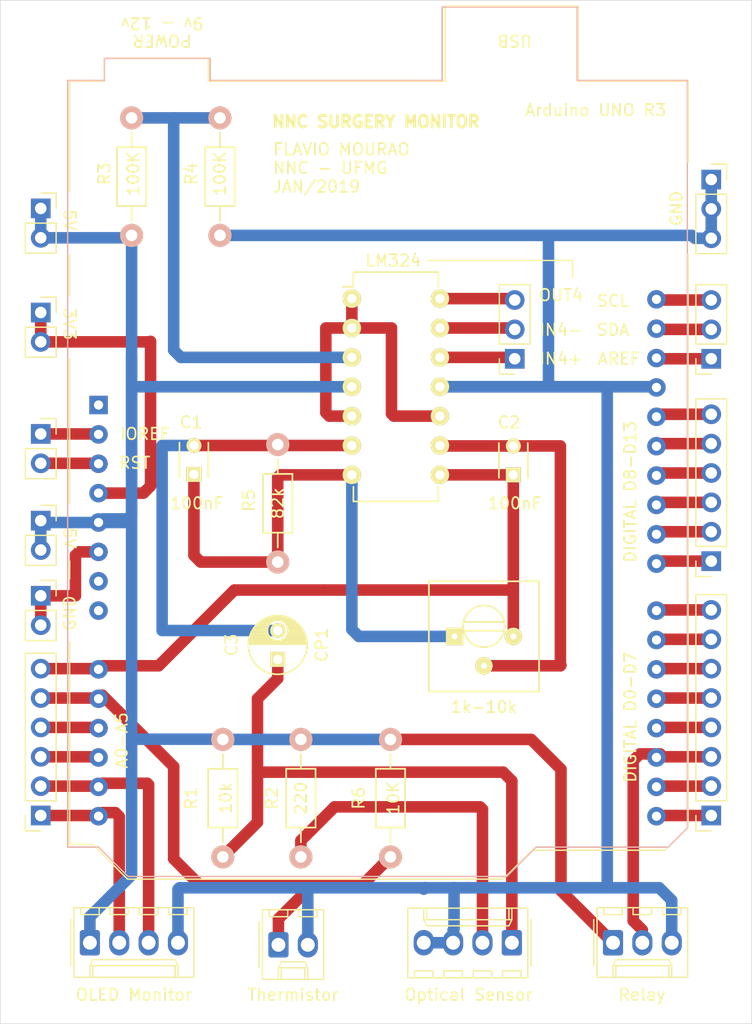
<source format=kicad_pcb>
(kicad_pcb (version 20171130) (host pcbnew "(6.0.0-rc1-dev-1060-g57de7d146)")

  (general
    (thickness 1.6)
    (drawings 46)
    (tracks 195)
    (zones 0)
    (modules 27)
    (nets 43)
  )

  (page A4)
  (layers
    (0 F.Cu signal)
    (31 B.Cu signal)
    (32 B.Adhes user)
    (33 F.Adhes user)
    (34 B.Paste user)
    (35 F.Paste user)
    (36 B.SilkS user)
    (37 F.SilkS user)
    (38 B.Mask user)
    (39 F.Mask user)
    (40 Dwgs.User user)
    (41 Cmts.User user)
    (42 Eco1.User user)
    (43 Eco2.User user)
    (44 Edge.Cuts user)
    (45 Margin user)
    (46 B.CrtYd user)
    (47 F.CrtYd user)
    (48 B.Fab user)
    (49 F.Fab user)
  )

  (setup
    (last_trace_width 1)
    (user_trace_width 1)
    (trace_clearance 0.2)
    (zone_clearance 0.508)
    (zone_45_only no)
    (trace_min 0.2)
    (via_size 0.8)
    (via_drill 0.4)
    (via_min_size 0.4)
    (via_min_drill 0.3)
    (user_via 0.6 0.4)
    (uvia_size 0.3)
    (uvia_drill 0.1)
    (uvias_allowed no)
    (uvia_min_size 0.2)
    (uvia_min_drill 0.1)
    (edge_width 0.05)
    (segment_width 0.2)
    (pcb_text_width 0.3)
    (pcb_text_size 1.5 1.5)
    (mod_edge_width 0.12)
    (mod_text_size 1 1)
    (mod_text_width 0.15)
    (pad_size 1.7 1.7)
    (pad_drill 1)
    (pad_to_mask_clearance 0.051)
    (solder_mask_min_width 0.25)
    (aux_axis_origin 0 0)
    (visible_elements FFFFF77F)
    (pcbplotparams
      (layerselection 0x010fc_ffffffff)
      (usegerberextensions false)
      (usegerberattributes false)
      (usegerberadvancedattributes false)
      (creategerberjobfile false)
      (excludeedgelayer true)
      (linewidth 0.100000)
      (plotframeref false)
      (viasonmask false)
      (mode 1)
      (useauxorigin false)
      (hpglpennumber 1)
      (hpglpenspeed 20)
      (hpglpendiameter 15.000000)
      (psnegative false)
      (psa4output false)
      (plotreference true)
      (plotvalue true)
      (plotinvisibletext false)
      (padsonsilk false)
      (subtractmaskfromsilk false)
      (outputformat 1)
      (mirror false)
      (drillshape 1)
      (scaleselection 1)
      (outputdirectory ""))
  )

  (net 0 "")
  (net 1 "Net-(A1-Pad8)")
  (net 2 "Net-(A1-Pad7)")
  (net 3 "Net-(A1-Pad6)")
  (net 4 "Net-(A1-Pad1)")
  (net 5 "Net-(C1-Pad2)")
  (net 6 "Net-(C1-Pad1)")
  (net 7 "Net-(C2-Pad2)")
  (net 8 "Net-(C3-Pad1)")
  (net 9 "Net-(J1-Pad2)")
  (net 10 "Net-(R3-Pad2)")
  (net 11 "Net-(U1-Pad1)")
  (net 12 SCL)
  (net 13 SDA)
  (net 14 D2)
  (net 15 IOREF)
  (net 16 D3)
  (net 17 RESET)
  (net 18 D4)
  (net 19 3V3)
  (net 20 D5)
  (net 21 +5V)
  (net 22 D6)
  (net 23 D7)
  (net 24 D8)
  (net 25 D9)
  (net 26 A0)
  (net 27 D10)
  (net 28 A1)
  (net 29 D11)
  (net 30 A2)
  (net 31 D12)
  (net 32 A3)
  (net 33 D13)
  (net 34 A4_SDA)
  (net 35 GND)
  (net 36 A5_SCL)
  (net 37 AREF)
  (net 38 D0_RX)
  (net 39 D1_TX)
  (net 40 "Net-(J15-Pad3)")
  (net 41 "Net-(J15-Pad2)")
  (net 42 "Net-(J15-Pad1)")

  (net_class Default "This is the default net class."
    (clearance 0.2)
    (trace_width 0.25)
    (via_dia 0.8)
    (via_drill 0.4)
    (uvia_dia 0.3)
    (uvia_drill 0.1)
    (add_net +5V)
    (add_net 3V3)
    (add_net A0)
    (add_net A1)
    (add_net A2)
    (add_net A3)
    (add_net A4_SDA)
    (add_net A5_SCL)
    (add_net AREF)
    (add_net D0_RX)
    (add_net D10)
    (add_net D11)
    (add_net D12)
    (add_net D13)
    (add_net D1_TX)
    (add_net D2)
    (add_net D3)
    (add_net D4)
    (add_net D5)
    (add_net D6)
    (add_net D7)
    (add_net D8)
    (add_net D9)
    (add_net GND)
    (add_net IOREF)
    (add_net "Net-(A1-Pad1)")
    (add_net "Net-(A1-Pad6)")
    (add_net "Net-(A1-Pad7)")
    (add_net "Net-(A1-Pad8)")
    (add_net "Net-(C1-Pad1)")
    (add_net "Net-(C1-Pad2)")
    (add_net "Net-(C2-Pad2)")
    (add_net "Net-(C3-Pad1)")
    (add_net "Net-(J1-Pad2)")
    (add_net "Net-(J15-Pad1)")
    (add_net "Net-(J15-Pad2)")
    (add_net "Net-(J15-Pad3)")
    (add_net "Net-(R3-Pad2)")
    (add_net "Net-(U1-Pad1)")
    (add_net RESET)
    (add_net SCL)
    (add_net SDA)
  )

  (module Connector_PinSocket_2.54mm:PinSocket_1x03_P2.54mm_Vertical (layer F.Cu) (tedit 5C503D71) (tstamp 5C50C0AE)
    (at 119.5 56 180)
    (descr "Through hole straight socket strip, 1x03, 2.54mm pitch, single row (from Kicad 4.0.7), script generated")
    (tags "Through hole socket strip THT 1x03 2.54mm single row")
    (path /5C5CB17E)
    (fp_text reference J15 (at 0 -2.77 180) (layer F.SilkS) hide
      (effects (font (size 1 1) (thickness 0.15)))
    )
    (fp_text value Conn_01x03_Female (at 0 7.85 180) (layer F.Fab) hide
      (effects (font (size 1 1) (thickness 0.15)))
    )
    (fp_text user %R (at 0 2.54 270) (layer F.Fab)
      (effects (font (size 1 1) (thickness 0.15)))
    )
    (fp_line (start -1.8 6.85) (end -1.8 -1.8) (layer F.CrtYd) (width 0.05))
    (fp_line (start 1.75 6.85) (end -1.8 6.85) (layer F.CrtYd) (width 0.05))
    (fp_line (start 1.75 -1.8) (end 1.75 6.85) (layer F.CrtYd) (width 0.05))
    (fp_line (start -1.8 -1.8) (end 1.75 -1.8) (layer F.CrtYd) (width 0.05))
    (fp_line (start 0 -1.33) (end 1.33 -1.33) (layer F.SilkS) (width 0.12))
    (fp_line (start 1.33 -1.33) (end 1.33 0) (layer F.SilkS) (width 0.12))
    (fp_line (start 1.33 1.27) (end 1.33 6.41) (layer F.SilkS) (width 0.12))
    (fp_line (start -1.33 6.41) (end 1.33 6.41) (layer F.SilkS) (width 0.12))
    (fp_line (start -1.33 1.27) (end -1.33 6.41) (layer F.SilkS) (width 0.12))
    (fp_line (start -1.33 1.27) (end 1.33 1.27) (layer F.SilkS) (width 0.12))
    (fp_line (start -1.27 6.35) (end -1.27 -1.27) (layer F.Fab) (width 0.1))
    (fp_line (start 1.27 6.35) (end -1.27 6.35) (layer F.Fab) (width 0.1))
    (fp_line (start 1.27 -0.635) (end 1.27 6.35) (layer F.Fab) (width 0.1))
    (fp_line (start 0.635 -1.27) (end 1.27 -0.635) (layer F.Fab) (width 0.1))
    (fp_line (start -1.27 -1.27) (end 0.635 -1.27) (layer F.Fab) (width 0.1))
    (pad 3 thru_hole oval (at 0 5.08 180) (size 1.7 1.7) (drill 1) (layers *.Cu *.Mask)
      (net 41 "Net-(J15-Pad2)"))
    (pad 2 thru_hole oval (at 0 2.54 180) (size 1.7 1.7) (drill 1) (layers *.Cu *.Mask)
      (net 40 "Net-(J15-Pad3)"))
    (pad 1 thru_hole rect (at 0 0 180) (size 1.7 1.7) (drill 1) (layers *.Cu *.Mask)
      (net 42 "Net-(J15-Pad1)"))
    (model ${KISYS3DMOD}/Connector_PinSocket_2.54mm.3dshapes/PinSocket_1x03_P2.54mm_Vertical.wrl
      (at (xyz 0 0 0))
      (scale (xyz 1 1 1))
      (rotate (xyz 0 0 0))
    )
  )

  (module Connector_PinSocket_2.54mm:PinSocket_1x02_P2.54mm_Vertical (layer F.Cu) (tedit 5C503E21) (tstamp 5C506A35)
    (at 78.5 76.5)
    (descr "Through hole straight socket strip, 1x02, 2.54mm pitch, single row (from Kicad 4.0.7), script generated")
    (tags "Through hole socket strip THT 1x02 2.54mm single row")
    (path /5C9CB3A6)
    (fp_text reference J8 (at 0 -2.77) (layer F.SilkS) hide
      (effects (font (size 1 1) (thickness 0.15)))
    )
    (fp_text value GND (at 2.5 1.5 -90) (layer F.SilkS)
      (effects (font (size 1 1) (thickness 0.15)))
    )
    (fp_text user %R (at 0 1.27 90) (layer F.Fab) hide
      (effects (font (size 1 1) (thickness 0.15)))
    )
    (fp_line (start -1.8 4.3) (end -1.8 -1.8) (layer F.CrtYd) (width 0.05))
    (fp_line (start 1.75 4.3) (end -1.8 4.3) (layer F.CrtYd) (width 0.05))
    (fp_line (start 1.75 -1.8) (end 1.75 4.3) (layer F.CrtYd) (width 0.05))
    (fp_line (start -1.8 -1.8) (end 1.75 -1.8) (layer F.CrtYd) (width 0.05))
    (fp_line (start 0 -1.33) (end 1.33 -1.33) (layer F.SilkS) (width 0.12))
    (fp_line (start 1.33 -1.33) (end 1.33 0) (layer F.SilkS) (width 0.12))
    (fp_line (start 1.33 1.27) (end 1.33 3.87) (layer F.SilkS) (width 0.12))
    (fp_line (start -1.33 3.87) (end 1.33 3.87) (layer F.SilkS) (width 0.12))
    (fp_line (start -1.33 1.27) (end -1.33 3.87) (layer F.SilkS) (width 0.12))
    (fp_line (start -1.33 1.27) (end 1.33 1.27) (layer F.SilkS) (width 0.12))
    (fp_line (start -1.27 3.81) (end -1.27 -1.27) (layer F.Fab) (width 0.1))
    (fp_line (start 1.27 3.81) (end -1.27 3.81) (layer F.Fab) (width 0.1))
    (fp_line (start 1.27 -0.635) (end 1.27 3.81) (layer F.Fab) (width 0.1))
    (fp_line (start 0.635 -1.27) (end 1.27 -0.635) (layer F.Fab) (width 0.1))
    (fp_line (start -1.27 -1.27) (end 0.635 -1.27) (layer F.Fab) (width 0.1))
    (pad 2 thru_hole oval (at 0 2.54) (size 1.7 1.7) (drill 1) (layers *.Cu *.Mask)
      (net 35 GND))
    (pad 1 thru_hole rect (at 0 0) (size 1.7 1.7) (drill 1) (layers *.Cu *.Mask)
      (net 35 GND))
    (model ${KISYS3DMOD}/Connector_PinSocket_2.54mm.3dshapes/PinSocket_1x02_P2.54mm_Vertical.wrl
      (at (xyz 0 0 0))
      (scale (xyz 1 1 1))
      (rotate (xyz 0 0 0))
    )
  )

  (module Connector_PinSocket_2.54mm:PinSocket_1x02_P2.54mm_Vertical (layer F.Cu) (tedit 5C502D66) (tstamp 5C50679F)
    (at 78.5 70)
    (descr "Through hole straight socket strip, 1x02, 2.54mm pitch, single row (from Kicad 4.0.7), script generated")
    (tags "Through hole socket strip THT 1x02 2.54mm single row")
    (path /5C9CB3A6)
    (fp_text reference J8 (at 0 -2.77) (layer F.SilkS) hide
      (effects (font (size 1 1) (thickness 0.15)))
    )
    (fp_text value Conn_01x02_Female (at 7.5 0) (layer F.SilkS) hide
      (effects (font (size 1 1) (thickness 0.15)))
    )
    (fp_line (start -1.27 -1.27) (end 0.635 -1.27) (layer F.Fab) (width 0.1))
    (fp_line (start 0.635 -1.27) (end 1.27 -0.635) (layer F.Fab) (width 0.1))
    (fp_line (start 1.27 -0.635) (end 1.27 3.81) (layer F.Fab) (width 0.1))
    (fp_line (start 1.27 3.81) (end -1.27 3.81) (layer F.Fab) (width 0.1))
    (fp_line (start -1.27 3.81) (end -1.27 -1.27) (layer F.Fab) (width 0.1))
    (fp_line (start -1.33 1.27) (end 1.33 1.27) (layer F.SilkS) (width 0.12))
    (fp_line (start -1.33 1.27) (end -1.33 3.87) (layer F.SilkS) (width 0.12))
    (fp_line (start -1.33 3.87) (end 1.33 3.87) (layer F.SilkS) (width 0.12))
    (fp_line (start 1.33 1.27) (end 1.33 3.87) (layer F.SilkS) (width 0.12))
    (fp_line (start 1.33 -1.33) (end 1.33 0) (layer F.SilkS) (width 0.12))
    (fp_line (start 0 -1.33) (end 1.33 -1.33) (layer F.SilkS) (width 0.12))
    (fp_line (start -1.8 -1.8) (end 1.75 -1.8) (layer F.CrtYd) (width 0.05))
    (fp_line (start 1.75 -1.8) (end 1.75 4.3) (layer F.CrtYd) (width 0.05))
    (fp_line (start 1.75 4.3) (end -1.8 4.3) (layer F.CrtYd) (width 0.05))
    (fp_line (start -1.8 4.3) (end -1.8 -1.8) (layer F.CrtYd) (width 0.05))
    (fp_text user %R (at 0 1.27 90) (layer F.Fab) hide
      (effects (font (size 1 1) (thickness 0.15)))
    )
    (pad 1 thru_hole rect (at 0 0) (size 1.7 1.7) (drill 1) (layers *.Cu *.Mask)
      (net 21 +5V))
    (pad 2 thru_hole oval (at 0 2.54) (size 1.7 1.7) (drill 1) (layers *.Cu *.Mask)
      (net 21 +5V))
    (model ${KISYS3DMOD}/Connector_PinSocket_2.54mm.3dshapes/PinSocket_1x02_P2.54mm_Vertical.wrl
      (at (xyz 0 0 0))
      (scale (xyz 1 1 1))
      (rotate (xyz 0 0 0))
    )
  )

  (module Connector_PinSocket_2.54mm:PinSocket_1x06_P2.54mm_Vertical (layer F.Cu) (tedit 5A19A430) (tstamp 5C502B79)
    (at 136.5 73.5 180)
    (descr "Through hole straight socket strip, 1x06, 2.54mm pitch, single row (from Kicad 4.0.7), script generated")
    (tags "Through hole socket strip THT 1x06 2.54mm single row")
    (path /5C589688)
    (fp_text reference J14 (at 0 -2.77 180) (layer F.SilkS) hide
      (effects (font (size 1 1) (thickness 0.15)))
    )
    (fp_text value "DIGITAL D8-D13" (at 7 6 270) (layer F.SilkS)
      (effects (font (size 1 1) (thickness 0.15)))
    )
    (fp_text user %R (at 0 6.35 270) (layer F.Fab) hide
      (effects (font (size 1 1) (thickness 0.15)))
    )
    (fp_line (start -1.8 14.45) (end -1.8 -1.8) (layer F.CrtYd) (width 0.05))
    (fp_line (start 1.75 14.45) (end -1.8 14.45) (layer F.CrtYd) (width 0.05))
    (fp_line (start 1.75 -1.8) (end 1.75 14.45) (layer F.CrtYd) (width 0.05))
    (fp_line (start -1.8 -1.8) (end 1.75 -1.8) (layer F.CrtYd) (width 0.05))
    (fp_line (start 0 -1.33) (end 1.33 -1.33) (layer F.SilkS) (width 0.12))
    (fp_line (start 1.33 -1.33) (end 1.33 0) (layer F.SilkS) (width 0.12))
    (fp_line (start 1.33 1.27) (end 1.33 14.03) (layer F.SilkS) (width 0.12))
    (fp_line (start -1.33 14.03) (end 1.33 14.03) (layer F.SilkS) (width 0.12))
    (fp_line (start -1.33 1.27) (end -1.33 14.03) (layer F.SilkS) (width 0.12))
    (fp_line (start -1.33 1.27) (end 1.33 1.27) (layer F.SilkS) (width 0.12))
    (fp_line (start -1.27 13.97) (end -1.27 -1.27) (layer F.Fab) (width 0.1))
    (fp_line (start 1.27 13.97) (end -1.27 13.97) (layer F.Fab) (width 0.1))
    (fp_line (start 1.27 -0.635) (end 1.27 13.97) (layer F.Fab) (width 0.1))
    (fp_line (start 0.635 -1.27) (end 1.27 -0.635) (layer F.Fab) (width 0.1))
    (fp_line (start -1.27 -1.27) (end 0.635 -1.27) (layer F.Fab) (width 0.1))
    (pad 6 thru_hole oval (at 0 12.7 180) (size 1.7 1.7) (drill 1) (layers *.Cu *.Mask)
      (net 33 D13))
    (pad 5 thru_hole oval (at 0 10.16 180) (size 1.7 1.7) (drill 1) (layers *.Cu *.Mask)
      (net 31 D12))
    (pad 4 thru_hole oval (at 0 7.62 180) (size 1.7 1.7) (drill 1) (layers *.Cu *.Mask)
      (net 29 D11))
    (pad 3 thru_hole oval (at 0 5.08 180) (size 1.7 1.7) (drill 1) (layers *.Cu *.Mask)
      (net 27 D10))
    (pad 2 thru_hole oval (at 0 2.54 180) (size 1.7 1.7) (drill 1) (layers *.Cu *.Mask)
      (net 25 D9))
    (pad 1 thru_hole rect (at 0 0 180) (size 1.7 1.7) (drill 1) (layers *.Cu *.Mask)
      (net 24 D8))
    (model ${KISYS3DMOD}/Connector_PinSocket_2.54mm.3dshapes/PinSocket_1x06_P2.54mm_Vertical.wrl
      (at (xyz 0 0 0))
      (scale (xyz 1 1 1))
      (rotate (xyz 0 0 0))
    )
  )

  (module Connector_PinSocket_2.54mm:PinSocket_1x02_P2.54mm_Vertical (layer F.Cu) (tedit 5A19A420) (tstamp 5C502B49)
    (at 78.5 62.5)
    (descr "Through hole straight socket strip, 1x02, 2.54mm pitch, single row (from Kicad 4.0.7), script generated")
    (tags "Through hole socket strip THT 1x02 2.54mm single row")
    (path /5C5421FF)
    (fp_text reference J12 (at 0 -2.77) (layer F.SilkS) hide
      (effects (font (size 1 1) (thickness 0.15)))
    )
    (fp_text value Conn_01x02_Female (at 0 5.31) (layer F.Fab) hide
      (effects (font (size 1 1) (thickness 0.15)))
    )
    (fp_text user IOREF (at 9 0 180) (layer F.SilkS)
      (effects (font (size 1 1) (thickness 0.15)))
    )
    (fp_line (start -1.8 4.3) (end -1.8 -1.8) (layer F.CrtYd) (width 0.05))
    (fp_line (start 1.75 4.3) (end -1.8 4.3) (layer F.CrtYd) (width 0.05))
    (fp_line (start 1.75 -1.8) (end 1.75 4.3) (layer F.CrtYd) (width 0.05))
    (fp_line (start -1.8 -1.8) (end 1.75 -1.8) (layer F.CrtYd) (width 0.05))
    (fp_line (start 0 -1.33) (end 1.33 -1.33) (layer F.SilkS) (width 0.12))
    (fp_line (start 1.33 -1.33) (end 1.33 0) (layer F.SilkS) (width 0.12))
    (fp_line (start 1.33 1.27) (end 1.33 3.87) (layer F.SilkS) (width 0.12))
    (fp_line (start -1.33 3.87) (end 1.33 3.87) (layer F.SilkS) (width 0.12))
    (fp_line (start -1.33 1.27) (end -1.33 3.87) (layer F.SilkS) (width 0.12))
    (fp_line (start -1.33 1.27) (end 1.33 1.27) (layer F.SilkS) (width 0.12))
    (fp_line (start -1.27 3.81) (end -1.27 -1.27) (layer F.Fab) (width 0.1))
    (fp_line (start 1.27 3.81) (end -1.27 3.81) (layer F.Fab) (width 0.1))
    (fp_line (start 1.27 -0.635) (end 1.27 3.81) (layer F.Fab) (width 0.1))
    (fp_line (start 0.635 -1.27) (end 1.27 -0.635) (layer F.Fab) (width 0.1))
    (fp_line (start -1.27 -1.27) (end 0.635 -1.27) (layer F.Fab) (width 0.1))
    (pad 2 thru_hole oval (at 0 2.54) (size 1.7 1.7) (drill 1) (layers *.Cu *.Mask)
      (net 17 RESET))
    (pad 1 thru_hole rect (at 0 0) (size 1.7 1.7) (drill 1) (layers *.Cu *.Mask)
      (net 15 IOREF))
    (model ${KISYS3DMOD}/Connector_PinSocket_2.54mm.3dshapes/PinSocket_1x02_P2.54mm_Vertical.wrl
      (at (xyz 0 0 0))
      (scale (xyz 1 1 1))
      (rotate (xyz 0 0 0))
    )
  )

  (module Connector_PinSocket_2.54mm:PinSocket_1x06_P2.54mm_Vertical (layer F.Cu) (tedit 5A19A430) (tstamp 5C502B33)
    (at 78.5 95.5 180)
    (descr "Through hole straight socket strip, 1x06, 2.54mm pitch, single row (from Kicad 4.0.7), script generated")
    (tags "Through hole socket strip THT 1x06 2.54mm single row")
    (path /5C54A5F0)
    (fp_text reference J11 (at 0 -2.77 180) (layer F.SilkS) hide
      (effects (font (size 1 1) (thickness 0.15)))
    )
    (fp_text value Conn_01x06_Female (at 0 15.47 180) (layer F.Fab) hide
      (effects (font (size 1 1) (thickness 0.15)))
    )
    (fp_text user A0-A5 (at -7 6.5 -90) (layer F.SilkS)
      (effects (font (size 1 1) (thickness 0.15)))
    )
    (fp_line (start -1.8 14.45) (end -1.8 -1.8) (layer F.CrtYd) (width 0.05))
    (fp_line (start 1.75 14.45) (end -1.8 14.45) (layer F.CrtYd) (width 0.05))
    (fp_line (start 1.75 -1.8) (end 1.75 14.45) (layer F.CrtYd) (width 0.05))
    (fp_line (start -1.8 -1.8) (end 1.75 -1.8) (layer F.CrtYd) (width 0.05))
    (fp_line (start 0 -1.33) (end 1.33 -1.33) (layer F.SilkS) (width 0.12))
    (fp_line (start 1.33 -1.33) (end 1.33 0) (layer F.SilkS) (width 0.12))
    (fp_line (start 1.33 1.27) (end 1.33 14.03) (layer F.SilkS) (width 0.12))
    (fp_line (start -1.33 14.03) (end 1.33 14.03) (layer F.SilkS) (width 0.12))
    (fp_line (start -1.33 1.27) (end -1.33 14.03) (layer F.SilkS) (width 0.12))
    (fp_line (start -1.33 1.27) (end 1.33 1.27) (layer F.SilkS) (width 0.12))
    (fp_line (start -1.27 13.97) (end -1.27 -1.27) (layer F.Fab) (width 0.1))
    (fp_line (start 1.27 13.97) (end -1.27 13.97) (layer F.Fab) (width 0.1))
    (fp_line (start 1.27 -0.635) (end 1.27 13.97) (layer F.Fab) (width 0.1))
    (fp_line (start 0.635 -1.27) (end 1.27 -0.635) (layer F.Fab) (width 0.1))
    (fp_line (start -1.27 -1.27) (end 0.635 -1.27) (layer F.Fab) (width 0.1))
    (pad 6 thru_hole oval (at 0 12.7 180) (size 1.7 1.7) (drill 1) (layers *.Cu *.Mask)
      (net 26 A0))
    (pad 5 thru_hole oval (at 0 10.16 180) (size 1.7 1.7) (drill 1) (layers *.Cu *.Mask)
      (net 28 A1))
    (pad 4 thru_hole oval (at 0 7.62 180) (size 1.7 1.7) (drill 1) (layers *.Cu *.Mask)
      (net 30 A2))
    (pad 3 thru_hole oval (at 0 5.08 180) (size 1.7 1.7) (drill 1) (layers *.Cu *.Mask)
      (net 32 A3))
    (pad 2 thru_hole oval (at 0 2.54 180) (size 1.7 1.7) (drill 1) (layers *.Cu *.Mask)
      (net 34 A4_SDA))
    (pad 1 thru_hole rect (at 0 0 180) (size 1.7 1.7) (drill 1) (layers *.Cu *.Mask)
      (net 36 A5_SCL))
    (model ${KISYS3DMOD}/Connector_PinSocket_2.54mm.3dshapes/PinSocket_1x06_P2.54mm_Vertical.wrl
      (at (xyz 0 0 0))
      (scale (xyz 1 1 1))
      (rotate (xyz 0 0 0))
    )
  )

  (module Connector_PinSocket_2.54mm:PinSocket_1x02_P2.54mm_Vertical (layer F.Cu) (tedit 5A19A420) (tstamp 5C502B03)
    (at 78.5 52)
    (descr "Through hole straight socket strip, 1x02, 2.54mm pitch, single row (from Kicad 4.0.7), script generated")
    (tags "Through hole socket strip THT 1x02 2.54mm single row")
    (path /5C9C5B4D)
    (fp_text reference J9 (at 0 -2.77) (layer F.SilkS) hide
      (effects (font (size 1 1) (thickness 0.15)))
    )
    (fp_text value Conn_01x02_Female (at 0 5.31) (layer F.Fab) hide
      (effects (font (size 1 1) (thickness 0.15)))
    )
    (fp_text user %R (at 4.5 0) (layer F.SilkS) hide
      (effects (font (size 1 1) (thickness 0.15)))
    )
    (fp_line (start -1.8 4.3) (end -1.8 -1.8) (layer F.CrtYd) (width 0.05))
    (fp_line (start 1.75 4.3) (end -1.8 4.3) (layer F.CrtYd) (width 0.05))
    (fp_line (start 1.75 -1.8) (end 1.75 4.3) (layer F.CrtYd) (width 0.05))
    (fp_line (start -1.8 -1.8) (end 1.75 -1.8) (layer F.CrtYd) (width 0.05))
    (fp_line (start 0 -1.33) (end 1.33 -1.33) (layer F.SilkS) (width 0.12))
    (fp_line (start 1.33 -1.33) (end 1.33 0) (layer F.SilkS) (width 0.12))
    (fp_line (start 1.33 1.27) (end 1.33 3.87) (layer F.SilkS) (width 0.12))
    (fp_line (start -1.33 3.87) (end 1.33 3.87) (layer F.SilkS) (width 0.12))
    (fp_line (start -1.33 1.27) (end -1.33 3.87) (layer F.SilkS) (width 0.12))
    (fp_line (start -1.33 1.27) (end 1.33 1.27) (layer F.SilkS) (width 0.12))
    (fp_line (start -1.27 3.81) (end -1.27 -1.27) (layer F.Fab) (width 0.1))
    (fp_line (start 1.27 3.81) (end -1.27 3.81) (layer F.Fab) (width 0.1))
    (fp_line (start 1.27 -0.635) (end 1.27 3.81) (layer F.Fab) (width 0.1))
    (fp_line (start 0.635 -1.27) (end 1.27 -0.635) (layer F.Fab) (width 0.1))
    (fp_line (start -1.27 -1.27) (end 0.635 -1.27) (layer F.Fab) (width 0.1))
    (pad 2 thru_hole oval (at 0 2.54) (size 1.7 1.7) (drill 1) (layers *.Cu *.Mask)
      (net 19 3V3))
    (pad 1 thru_hole rect (at 0 0) (size 1.7 1.7) (drill 1) (layers *.Cu *.Mask)
      (net 19 3V3))
    (model ${KISYS3DMOD}/Connector_PinSocket_2.54mm.3dshapes/PinSocket_1x02_P2.54mm_Vertical.wrl
      (at (xyz 0 0 0))
      (scale (xyz 1 1 1))
      (rotate (xyz 0 0 0))
    )
  )

  (module Connector_PinSocket_2.54mm:PinSocket_1x02_P2.54mm_Vertical (layer F.Cu) (tedit 5A19A420) (tstamp 5C502AED)
    (at 78.5 43)
    (descr "Through hole straight socket strip, 1x02, 2.54mm pitch, single row (from Kicad 4.0.7), script generated")
    (tags "Through hole socket strip THT 1x02 2.54mm single row")
    (path /5C9CB3A6)
    (fp_text reference J8 (at 0 -2.77) (layer F.SilkS) hide
      (effects (font (size 1 1) (thickness 0.15)))
    )
    (fp_text value Conn_01x02_Female (at 4 0) (layer F.SilkS) hide
      (effects (font (size 1 1) (thickness 0.15)))
    )
    (fp_text user %R (at 0 1.27 90) (layer F.Fab) hide
      (effects (font (size 1 1) (thickness 0.15)))
    )
    (fp_line (start -1.8 4.3) (end -1.8 -1.8) (layer F.CrtYd) (width 0.05))
    (fp_line (start 1.75 4.3) (end -1.8 4.3) (layer F.CrtYd) (width 0.05))
    (fp_line (start 1.75 -1.8) (end 1.75 4.3) (layer F.CrtYd) (width 0.05))
    (fp_line (start -1.8 -1.8) (end 1.75 -1.8) (layer F.CrtYd) (width 0.05))
    (fp_line (start 0 -1.33) (end 1.33 -1.33) (layer F.SilkS) (width 0.12))
    (fp_line (start 1.33 -1.33) (end 1.33 0) (layer F.SilkS) (width 0.12))
    (fp_line (start 1.33 1.27) (end 1.33 3.87) (layer F.SilkS) (width 0.12))
    (fp_line (start -1.33 3.87) (end 1.33 3.87) (layer F.SilkS) (width 0.12))
    (fp_line (start -1.33 1.27) (end -1.33 3.87) (layer F.SilkS) (width 0.12))
    (fp_line (start -1.33 1.27) (end 1.33 1.27) (layer F.SilkS) (width 0.12))
    (fp_line (start -1.27 3.81) (end -1.27 -1.27) (layer F.Fab) (width 0.1))
    (fp_line (start 1.27 3.81) (end -1.27 3.81) (layer F.Fab) (width 0.1))
    (fp_line (start 1.27 -0.635) (end 1.27 3.81) (layer F.Fab) (width 0.1))
    (fp_line (start 0.635 -1.27) (end 1.27 -0.635) (layer F.Fab) (width 0.1))
    (fp_line (start -1.27 -1.27) (end 0.635 -1.27) (layer F.Fab) (width 0.1))
    (pad 2 thru_hole oval (at 0 2.54) (size 1.7 1.7) (drill 1) (layers *.Cu *.Mask)
      (net 21 +5V))
    (pad 1 thru_hole rect (at 0 0) (size 1.7 1.7) (drill 1) (layers *.Cu *.Mask)
      (net 21 +5V))
    (model ${KISYS3DMOD}/Connector_PinSocket_2.54mm.3dshapes/PinSocket_1x02_P2.54mm_Vertical.wrl
      (at (xyz 0 0 0))
      (scale (xyz 1 1 1))
      (rotate (xyz 0 0 0))
    )
  )

  (module Connector_PinSocket_2.54mm:PinSocket_1x03_P2.54mm_Vertical (layer F.Cu) (tedit 5A19A429) (tstamp 5C502AD7)
    (at 136.5 40.5)
    (descr "Through hole straight socket strip, 1x03, 2.54mm pitch, single row (from Kicad 4.0.7), script generated")
    (tags "Through hole socket strip THT 1x03 2.54mm single row")
    (path /5C9651B2)
    (fp_text reference J7 (at 0 -2.77) (layer F.SilkS) hide
      (effects (font (size 1 1) (thickness 0.15)))
    )
    (fp_text value Conn_01x03_Female (at 0 7.85) (layer F.Fab) hide
      (effects (font (size 1 1) (thickness 0.15)))
    )
    (fp_line (start -1.8 6.85) (end -1.8 -1.8) (layer F.CrtYd) (width 0.05))
    (fp_line (start 1.75 6.85) (end -1.8 6.85) (layer F.CrtYd) (width 0.05))
    (fp_line (start 1.75 -1.8) (end 1.75 6.85) (layer F.CrtYd) (width 0.05))
    (fp_line (start -1.8 -1.8) (end 1.75 -1.8) (layer F.CrtYd) (width 0.05))
    (fp_line (start 0 -1.33) (end 1.33 -1.33) (layer F.SilkS) (width 0.12))
    (fp_line (start 1.33 -1.33) (end 1.33 0) (layer F.SilkS) (width 0.12))
    (fp_line (start 1.33 1.27) (end 1.33 6.41) (layer F.SilkS) (width 0.12))
    (fp_line (start -1.33 6.41) (end 1.33 6.41) (layer F.SilkS) (width 0.12))
    (fp_line (start -1.33 1.27) (end -1.33 6.41) (layer F.SilkS) (width 0.12))
    (fp_line (start -1.33 1.27) (end 1.33 1.27) (layer F.SilkS) (width 0.12))
    (fp_line (start -1.27 6.35) (end -1.27 -1.27) (layer F.Fab) (width 0.1))
    (fp_line (start 1.27 6.35) (end -1.27 6.35) (layer F.Fab) (width 0.1))
    (fp_line (start 1.27 -0.635) (end 1.27 6.35) (layer F.Fab) (width 0.1))
    (fp_line (start 0.635 -1.27) (end 1.27 -0.635) (layer F.Fab) (width 0.1))
    (fp_line (start -1.27 -1.27) (end 0.635 -1.27) (layer F.Fab) (width 0.1))
    (pad 3 thru_hole oval (at 0 5.08) (size 1.7 1.7) (drill 1) (layers *.Cu *.Mask)
      (net 35 GND))
    (pad 2 thru_hole oval (at 0 2.54) (size 1.7 1.7) (drill 1) (layers *.Cu *.Mask)
      (net 35 GND))
    (pad 1 thru_hole rect (at 0 0) (size 1.7 1.7) (drill 1) (layers *.Cu *.Mask)
      (net 35 GND))
    (model ${KISYS3DMOD}/Connector_PinSocket_2.54mm.3dshapes/PinSocket_1x03_P2.54mm_Vertical.wrl
      (at (xyz 0 0 0))
      (scale (xyz 1 1 1))
      (rotate (xyz 0 0 0))
    )
  )

  (module Connector_PinSocket_2.54mm:PinSocket_1x08_P2.54mm_Vertical (layer F.Cu) (tedit 5A19A420) (tstamp 5C502AC0)
    (at 136.5 95.5 180)
    (descr "Through hole straight socket strip, 1x08, 2.54mm pitch, single row (from Kicad 4.0.7), script generated")
    (tags "Through hole socket strip THT 1x08 2.54mm single row")
    (path /5C587177)
    (fp_text reference J6 (at 0 -2.77 180) (layer F.SilkS) hide
      (effects (font (size 1 1) (thickness 0.15)))
    )
    (fp_text value Conn_01x08_Female (at 0 20.55 180) (layer F.Fab) hide
      (effects (font (size 1 1) (thickness 0.15)))
    )
    (fp_text user "DIGITAL D0-D7" (at 7 8.5 270) (layer F.SilkS)
      (effects (font (size 1 1) (thickness 0.15)))
    )
    (fp_line (start -1.8 19.55) (end -1.8 -1.8) (layer F.CrtYd) (width 0.05))
    (fp_line (start 1.75 19.55) (end -1.8 19.55) (layer F.CrtYd) (width 0.05))
    (fp_line (start 1.75 -1.8) (end 1.75 19.55) (layer F.CrtYd) (width 0.05))
    (fp_line (start -1.8 -1.8) (end 1.75 -1.8) (layer F.CrtYd) (width 0.05))
    (fp_line (start 0 -1.33) (end 1.33 -1.33) (layer F.SilkS) (width 0.12))
    (fp_line (start 1.33 -1.33) (end 1.33 0) (layer F.SilkS) (width 0.12))
    (fp_line (start 1.33 1.27) (end 1.33 19.11) (layer F.SilkS) (width 0.12))
    (fp_line (start -1.33 19.11) (end 1.33 19.11) (layer F.SilkS) (width 0.12))
    (fp_line (start -1.33 1.27) (end -1.33 19.11) (layer F.SilkS) (width 0.12))
    (fp_line (start -1.33 1.27) (end 1.33 1.27) (layer F.SilkS) (width 0.12))
    (fp_line (start -1.27 19.05) (end -1.27 -1.27) (layer F.Fab) (width 0.1))
    (fp_line (start 1.27 19.05) (end -1.27 19.05) (layer F.Fab) (width 0.1))
    (fp_line (start 1.27 -0.635) (end 1.27 19.05) (layer F.Fab) (width 0.1))
    (fp_line (start 0.635 -1.27) (end 1.27 -0.635) (layer F.Fab) (width 0.1))
    (fp_line (start -1.27 -1.27) (end 0.635 -1.27) (layer F.Fab) (width 0.1))
    (pad 8 thru_hole oval (at 0 17.78 180) (size 1.7 1.7) (drill 1) (layers *.Cu *.Mask)
      (net 23 D7))
    (pad 7 thru_hole oval (at 0 15.24 180) (size 1.7 1.7) (drill 1) (layers *.Cu *.Mask)
      (net 22 D6))
    (pad 6 thru_hole oval (at 0 12.7 180) (size 1.7 1.7) (drill 1) (layers *.Cu *.Mask)
      (net 20 D5))
    (pad 5 thru_hole oval (at 0 10.16 180) (size 1.7 1.7) (drill 1) (layers *.Cu *.Mask)
      (net 18 D4))
    (pad 4 thru_hole oval (at 0 7.62 180) (size 1.7 1.7) (drill 1) (layers *.Cu *.Mask)
      (net 16 D3))
    (pad 3 thru_hole oval (at 0 5.08 180) (size 1.7 1.7) (drill 1) (layers *.Cu *.Mask)
      (net 14 D2))
    (pad 2 thru_hole oval (at 0 2.54 180) (size 1.7 1.7) (drill 1) (layers *.Cu *.Mask)
      (net 39 D1_TX))
    (pad 1 thru_hole rect (at 0 0 180) (size 1.7 1.7) (drill 1) (layers *.Cu *.Mask)
      (net 38 D0_RX))
    (model ${KISYS3DMOD}/Connector_PinSocket_2.54mm.3dshapes/PinSocket_1x08_P2.54mm_Vertical.wrl
      (at (xyz 0 0 0))
      (scale (xyz 1 1 1))
      (rotate (xyz 0 0 0))
    )
  )

  (module Connector_PinSocket_2.54mm:PinSocket_1x03_P2.54mm_Vertical (layer F.Cu) (tedit 5A19A429) (tstamp 5C502AA4)
    (at 136.5 56 180)
    (descr "Through hole straight socket strip, 1x03, 2.54mm pitch, single row (from Kicad 4.0.7), script generated")
    (tags "Through hole socket strip THT 1x03 2.54mm single row")
    (path /5C4FA30C)
    (fp_text reference J5 (at 0 -2.77 180) (layer F.SilkS) hide
      (effects (font (size 1 1) (thickness 0.15)))
    )
    (fp_text value Conn_01x03_Female (at 0 7.85 180) (layer F.Fab) hide
      (effects (font (size 1 1) (thickness 0.15)))
    )
    (fp_text user %R (at 0 2.54 270) (layer F.Fab)
      (effects (font (size 1 1) (thickness 0.15)))
    )
    (fp_line (start -1.8 6.85) (end -1.8 -1.8) (layer F.CrtYd) (width 0.05))
    (fp_line (start 1.75 6.85) (end -1.8 6.85) (layer F.CrtYd) (width 0.05))
    (fp_line (start 1.75 -1.8) (end 1.75 6.85) (layer F.CrtYd) (width 0.05))
    (fp_line (start -1.8 -1.8) (end 1.75 -1.8) (layer F.CrtYd) (width 0.05))
    (fp_line (start 0 -1.33) (end 1.33 -1.33) (layer F.SilkS) (width 0.12))
    (fp_line (start 1.33 -1.33) (end 1.33 0) (layer F.SilkS) (width 0.12))
    (fp_line (start 1.33 1.27) (end 1.33 6.41) (layer F.SilkS) (width 0.12))
    (fp_line (start -1.33 6.41) (end 1.33 6.41) (layer F.SilkS) (width 0.12))
    (fp_line (start -1.33 1.27) (end -1.33 6.41) (layer F.SilkS) (width 0.12))
    (fp_line (start -1.33 1.27) (end 1.33 1.27) (layer F.SilkS) (width 0.12))
    (fp_line (start -1.27 6.35) (end -1.27 -1.27) (layer F.Fab) (width 0.1))
    (fp_line (start 1.27 6.35) (end -1.27 6.35) (layer F.Fab) (width 0.1))
    (fp_line (start 1.27 -0.635) (end 1.27 6.35) (layer F.Fab) (width 0.1))
    (fp_line (start 0.635 -1.27) (end 1.27 -0.635) (layer F.Fab) (width 0.1))
    (fp_line (start -1.27 -1.27) (end 0.635 -1.27) (layer F.Fab) (width 0.1))
    (pad 3 thru_hole oval (at 0 5.08 180) (size 1.7 1.7) (drill 1) (layers *.Cu *.Mask)
      (net 12 SCL))
    (pad 2 thru_hole oval (at 0 2.54 180) (size 1.7 1.7) (drill 1) (layers *.Cu *.Mask)
      (net 13 SDA))
    (pad 1 thru_hole rect (at 0 0 180) (size 1.7 1.7) (drill 1) (layers *.Cu *.Mask)
      (net 37 AREF))
    (model ${KISYS3DMOD}/Connector_PinSocket_2.54mm.3dshapes/PinSocket_1x03_P2.54mm_Vertical.wrl
      (at (xyz 0 0 0))
      (scale (xyz 1 1 1))
      (rotate (xyz 0 0 0))
    )
  )

  (module Module:Arduino_UNO_R3 (layer B.Cu) (tedit 5C502EF4) (tstamp 5C4F760C)
    (at 83.5 60 270)
    (descr "Arduino UNO R3, http://www.mouser.com/pdfdocs/Gravitech_Arduino_Nano3_0.pdf")
    (tags "Arduino UNO R3")
    (path /5C918044)
    (fp_text reference A1 (at 1.27 3.81 90) (layer B.SilkS) hide
      (effects (font (size 1 1) (thickness 0.15)) (justify mirror))
    )
    (fp_text value "Arduino UNO R3" (at -25.5 -43 180) (layer F.SilkS)
      (effects (font (size 1 1) (thickness 0.15)))
    )
    (fp_text user %R (at 0 -20.32 90) (layer B.Fab) hide
      (effects (font (size 1 1) (thickness 0.15) italic) (justify mirror))
    )
    (fp_line (start 38.35 2.79) (end 38.35 0) (layer B.CrtYd) (width 0.05))
    (fp_line (start 38.35 0) (end 40.89 -2.54) (layer B.CrtYd) (width 0.05))
    (fp_line (start 40.89 -2.54) (end 40.89 -35.31) (layer B.CrtYd) (width 0.05))
    (fp_line (start 40.89 -35.31) (end 38.35 -37.85) (layer B.CrtYd) (width 0.05))
    (fp_line (start 38.35 -37.85) (end 38.35 -49.28) (layer B.CrtYd) (width 0.05))
    (fp_line (start 38.35 -49.28) (end 36.58 -51.05) (layer B.CrtYd) (width 0.05))
    (fp_line (start 36.58 -51.05) (end -28.19 -51.05) (layer B.CrtYd) (width 0.05))
    (fp_line (start -28.19 -51.05) (end -28.19 -41.53) (layer B.CrtYd) (width 0.05))
    (fp_line (start -28.19 -41.53) (end -34.54 -41.53) (layer B.CrtYd) (width 0.05))
    (fp_line (start -34.54 -41.53) (end -34.54 -29.59) (layer B.CrtYd) (width 0.05))
    (fp_line (start -34.54 -29.59) (end -28.19 -29.59) (layer B.CrtYd) (width 0.05))
    (fp_line (start -28.19 -29.59) (end -28.19 -9.78) (layer B.CrtYd) (width 0.05))
    (fp_line (start -28.19 -9.78) (end -30.1 -9.78) (layer B.CrtYd) (width 0.05))
    (fp_line (start -30.1 -9.78) (end -30.1 -0.38) (layer B.CrtYd) (width 0.05))
    (fp_line (start -30.1 -0.38) (end -28.19 -0.38) (layer B.CrtYd) (width 0.05))
    (fp_line (start -28.19 -0.38) (end -28.19 2.79) (layer B.CrtYd) (width 0.05))
    (fp_line (start -28.19 2.79) (end 38.35 2.79) (layer B.CrtYd) (width 0.05))
    (fp_line (start 40.77 -35.31) (end 40.77 -2.54) (layer B.SilkS) (width 0.12))
    (fp_line (start 40.77 -2.54) (end 38.23 0) (layer B.SilkS) (width 0.12))
    (fp_line (start 38.23 0) (end 38.23 2.67) (layer B.SilkS) (width 0.12))
    (fp_line (start 38.23 2.67) (end -28.07 2.67) (layer B.SilkS) (width 0.12))
    (fp_line (start -28.07 2.67) (end -28.07 -0.51) (layer B.SilkS) (width 0.12))
    (fp_line (start -28.07 -0.51) (end -29.97 -0.51) (layer B.SilkS) (width 0.12))
    (fp_line (start -29.97 -0.51) (end -29.97 -9.65) (layer B.SilkS) (width 0.12))
    (fp_line (start -29.97 -9.65) (end -28.07 -9.65) (layer B.SilkS) (width 0.12))
    (fp_line (start -28.07 -9.65) (end -28.07 -29.72) (layer B.SilkS) (width 0.12))
    (fp_line (start -28.07 -29.72) (end -34.42 -29.72) (layer B.SilkS) (width 0.12))
    (fp_line (start -34.42 -29.72) (end -34.42 -41.4) (layer B.SilkS) (width 0.12))
    (fp_line (start -34.42 -41.4) (end -28.07 -41.4) (layer B.SilkS) (width 0.12))
    (fp_line (start -28.07 -41.4) (end -28.07 -50.93) (layer B.SilkS) (width 0.12))
    (fp_line (start -28.07 -50.93) (end 36.58 -50.93) (layer B.SilkS) (width 0.12))
    (fp_line (start 36.58 -50.93) (end 38.23 -49.28) (layer B.SilkS) (width 0.12))
    (fp_line (start 38.23 -49.28) (end 38.23 -37.85) (layer B.SilkS) (width 0.12))
    (fp_line (start 38.23 -37.85) (end 40.77 -35.31) (layer B.SilkS) (width 0.12))
    (fp_line (start -34.29 -29.84) (end -18.41 -29.84) (layer B.Fab) (width 0.1))
    (fp_line (start -18.41 -29.84) (end -18.41 -41.27) (layer B.Fab) (width 0.1))
    (fp_line (start -18.41 -41.27) (end -34.29 -41.27) (layer B.Fab) (width 0.1))
    (fp_line (start -34.29 -41.27) (end -34.29 -29.84) (layer B.Fab) (width 0.1))
    (fp_line (start -29.84 -0.64) (end -16.51 -0.64) (layer B.Fab) (width 0.1))
    (fp_line (start -16.51 -0.64) (end -16.51 -9.53) (layer B.Fab) (width 0.1))
    (fp_line (start -16.51 -9.53) (end -29.84 -9.53) (layer B.Fab) (width 0.1))
    (fp_line (start -29.84 -9.53) (end -29.84 -0.64) (layer B.Fab) (width 0.1))
    (fp_line (start 38.1 -37.85) (end 38.1 -49.28) (layer B.Fab) (width 0.1))
    (fp_line (start 40.64 -2.54) (end 40.64 -35.31) (layer B.Fab) (width 0.1))
    (fp_line (start 40.64 -35.31) (end 38.1 -37.85) (layer B.Fab) (width 0.1))
    (fp_line (start 38.1 2.54) (end 38.1 0) (layer B.Fab) (width 0.1))
    (fp_line (start 38.1 0) (end 40.64 -2.54) (layer B.Fab) (width 0.1))
    (fp_line (start 38.1 -49.28) (end 36.58 -50.8) (layer B.Fab) (width 0.1))
    (fp_line (start 36.58 -50.8) (end -27.94 -50.8) (layer B.Fab) (width 0.1))
    (fp_line (start -27.94 -50.8) (end -27.94 2.54) (layer B.Fab) (width 0.1))
    (fp_line (start -27.94 2.54) (end 38.1 2.54) (layer B.Fab) (width 0.1))
    (pad 32 thru_hole oval (at -9.14 -48.26 180) (size 1.6 1.6) (drill 0.8) (layers *.Cu *.Mask)
      (net 12 SCL))
    (pad 31 thru_hole oval (at -6.6 -48.26 180) (size 1.6 1.6) (drill 0.8) (layers *.Cu *.Mask)
      (net 13 SDA))
    (pad 1 thru_hole rect (at 0 0 180) (size 1.6 1.6) (drill 0.8) (layers *.Cu *.Mask)
      (net 4 "Net-(A1-Pad1)"))
    (pad 17 thru_hole oval (at 30.48 -48.26 180) (size 1.6 1.6) (drill 0.8) (layers *.Cu *.Mask)
      (net 14 D2))
    (pad 2 thru_hole oval (at 2.54 0 180) (size 1.6 1.6) (drill 0.8) (layers *.Cu *.Mask)
      (net 15 IOREF))
    (pad 18 thru_hole oval (at 27.94 -48.26 180) (size 1.6 1.6) (drill 0.8) (layers *.Cu *.Mask)
      (net 16 D3))
    (pad 3 thru_hole oval (at 5.08 0 180) (size 1.6 1.6) (drill 0.8) (layers *.Cu *.Mask)
      (net 17 RESET))
    (pad 19 thru_hole oval (at 25.4 -48.26 180) (size 1.6 1.6) (drill 0.8) (layers *.Cu *.Mask)
      (net 18 D4))
    (pad 4 thru_hole oval (at 7.62 0 180) (size 1.6 1.6) (drill 0.8) (layers *.Cu *.Mask)
      (net 19 3V3))
    (pad 20 thru_hole oval (at 22.86 -48.26 180) (size 1.6 1.6) (drill 0.8) (layers *.Cu *.Mask)
      (net 20 D5))
    (pad 5 thru_hole oval (at 10.16 0 180) (size 1.6 1.6) (drill 0.8) (layers *.Cu *.Mask)
      (net 21 +5V))
    (pad 21 thru_hole oval (at 20.32 -48.26 180) (size 1.6 1.6) (drill 0.8) (layers *.Cu *.Mask)
      (net 22 D6))
    (pad 6 thru_hole oval (at 12.7 0 180) (size 1.6 1.6) (drill 0.8) (layers *.Cu *.Mask)
      (net 3 "Net-(A1-Pad6)"))
    (pad 22 thru_hole oval (at 17.78 -48.26 180) (size 1.6 1.6) (drill 0.8) (layers *.Cu *.Mask)
      (net 23 D7))
    (pad 7 thru_hole oval (at 15.24 0 180) (size 1.6 1.6) (drill 0.8) (layers *.Cu *.Mask)
      (net 2 "Net-(A1-Pad7)"))
    (pad 23 thru_hole oval (at 13.72 -48.26 180) (size 1.6 1.6) (drill 0.8) (layers *.Cu *.Mask)
      (net 24 D8))
    (pad 8 thru_hole oval (at 17.78 0 180) (size 1.6 1.6) (drill 0.8) (layers *.Cu *.Mask)
      (net 1 "Net-(A1-Pad8)"))
    (pad 24 thru_hole oval (at 11.18 -48.26 180) (size 1.6 1.6) (drill 0.8) (layers *.Cu *.Mask)
      (net 25 D9))
    (pad 9 thru_hole oval (at 22.86 0 180) (size 1.6 1.6) (drill 0.8) (layers *.Cu *.Mask)
      (net 26 A0))
    (pad 25 thru_hole oval (at 8.64 -48.26 180) (size 1.6 1.6) (drill 0.8) (layers *.Cu *.Mask)
      (net 27 D10))
    (pad 10 thru_hole oval (at 25.4 0 180) (size 1.6 1.6) (drill 0.8) (layers *.Cu *.Mask)
      (net 28 A1))
    (pad 26 thru_hole oval (at 6.1 -48.26 180) (size 1.6 1.6) (drill 0.8) (layers *.Cu *.Mask)
      (net 29 D11))
    (pad 11 thru_hole oval (at 27.94 0 180) (size 1.6 1.6) (drill 0.8) (layers *.Cu *.Mask)
      (net 30 A2))
    (pad 27 thru_hole oval (at 3.56 -48.26 180) (size 1.6 1.6) (drill 0.8) (layers *.Cu *.Mask)
      (net 31 D12))
    (pad 12 thru_hole oval (at 30.48 0 180) (size 1.6 1.6) (drill 0.8) (layers *.Cu *.Mask)
      (net 32 A3))
    (pad 28 thru_hole oval (at 1.02 -48.26 180) (size 1.6 1.6) (drill 0.8) (layers *.Cu *.Mask)
      (net 33 D13))
    (pad 13 thru_hole oval (at 33.02 0 180) (size 1.6 1.6) (drill 0.8) (layers *.Cu *.Mask)
      (net 34 A4_SDA))
    (pad 29 thru_hole oval (at -1.52 -48.26 180) (size 1.6 1.6) (drill 0.8) (layers *.Cu *.Mask)
      (net 35 GND))
    (pad 14 thru_hole oval (at 35.56 0 180) (size 1.6 1.6) (drill 0.8) (layers *.Cu *.Mask)
      (net 36 A5_SCL))
    (pad 30 thru_hole oval (at -4.06 -48.26 180) (size 1.6 1.6) (drill 0.8) (layers *.Cu *.Mask)
      (net 37 AREF))
    (pad 15 thru_hole oval (at 35.56 -48.26 180) (size 1.6 1.6) (drill 0.8) (layers *.Cu *.Mask)
      (net 38 D0_RX))
    (pad 16 thru_hole oval (at 33.02 -48.26 180) (size 1.6 1.6) (drill 0.8) (layers *.Cu *.Mask)
      (net 39 D1_TX))
    (model ${KISYS3DMOD}/Module.3dshapes/Arduino_UNO_R3.wrl
      (at (xyz 0 0 0))
      (scale (xyz 1 1 1))
      (rotate (xyz 0 0 0))
    )
  )

  (module Capacitors_ThroughHole:C_Disc_D3_P2.5 (layer F.Cu) (tedit 0) (tstamp 5C4F2E96)
    (at 91.75 66 90)
    (descr "Capacitor 3mm Disc, Pitch 2.5mm")
    (tags Capacitor)
    (path /5C4E5582)
    (fp_text reference C1 (at 4.5 -0.25 180) (layer F.SilkS)
      (effects (font (size 1 1) (thickness 0.15)))
    )
    (fp_text value 100nF (at -2.5 0.25 180) (layer F.SilkS)
      (effects (font (size 1 1) (thickness 0.15)))
    )
    (fp_line (start 2.75 1.25) (end -0.25 1.25) (layer F.SilkS) (width 0.15))
    (fp_line (start -0.25 -1.25) (end 2.75 -1.25) (layer F.SilkS) (width 0.15))
    (fp_line (start -0.9 1.5) (end -0.9 -1.5) (layer F.CrtYd) (width 0.05))
    (fp_line (start 3.4 1.5) (end -0.9 1.5) (layer F.CrtYd) (width 0.05))
    (fp_line (start 3.4 -1.5) (end 3.4 1.5) (layer F.CrtYd) (width 0.05))
    (fp_line (start -0.9 -1.5) (end 3.4 -1.5) (layer F.CrtYd) (width 0.05))
    (pad 2 thru_hole circle (at 2.5 0 90) (size 1.3 1.3) (drill 0.8001) (layers *.Cu *.Mask F.SilkS)
      (net 5 "Net-(C1-Pad2)"))
    (pad 1 thru_hole rect (at 0 0 90) (size 1.3 1.3) (drill 0.8) (layers *.Cu *.Mask F.SilkS)
      (net 6 "Net-(C1-Pad1)"))
    (model Capacitors_ThroughHole.3dshapes/C_Disc_D3_P2.5.wrl
      (offset (xyz 1.250000021226883 0 0))
      (scale (xyz 1 1 1))
      (rotate (xyz 0 0 0))
    )
  )

  (module Resistors_ThroughHole:Resistor_Horizontal_RM10mm (layer F.Cu) (tedit 53F56209) (tstamp 5C4F2FAA)
    (at 99 68.5 90)
    (descr "Resistor, Axial,  RM 10mm, 1/3W,")
    (tags "Resistor, Axial, RM 10mm, 1/3W,")
    (path /5C4E4C73)
    (fp_text reference R5 (at 0.24892 -2.5 90) (layer F.SilkS)
      (effects (font (size 1 1) (thickness 0.15)))
    )
    (fp_text value 82k (at 0 0 90) (layer F.SilkS)
      (effects (font (size 1 1) (thickness 0.15)))
    )
    (fp_line (start 2.54 0) (end 3.81 0) (layer F.SilkS) (width 0.15))
    (fp_line (start -2.54 0) (end -3.81 0) (layer F.SilkS) (width 0.15))
    (fp_line (start -2.54 1.27) (end -2.54 -1.27) (layer F.SilkS) (width 0.15))
    (fp_line (start 2.54 1.27) (end -2.54 1.27) (layer F.SilkS) (width 0.15))
    (fp_line (start 2.54 -1.27) (end 2.54 1.27) (layer F.SilkS) (width 0.15))
    (fp_line (start -2.54 -1.27) (end 2.54 -1.27) (layer F.SilkS) (width 0.15))
    (pad 2 thru_hole circle (at 5.08 0 90) (size 1.99898 1.99898) (drill 1.00076) (layers *.Cu *.SilkS *.Mask)
      (net 5 "Net-(C1-Pad2)"))
    (pad 1 thru_hole circle (at -5.08 0 90) (size 1.99898 1.99898) (drill 1.00076) (layers *.Cu *.SilkS *.Mask)
      (net 6 "Net-(C1-Pad1)"))
    (model Resistors_ThroughHole.3dshapes/Resistor_Horizontal_RM10mm.wrl
      (at (xyz 0 0 0))
      (scale (xyz 0.4 0.4 0.4))
      (rotate (xyz 0 0 0))
    )
  )

  (module Housings_DIP:DIP-14_W7.62mm (layer F.Cu) (tedit 5C4EF1D9) (tstamp 5C4F2FE1)
    (at 105.41 50.8)
    (descr "14-lead dip package, row spacing 7.62 mm (300 mils)")
    (tags "dil dip 2.54 300")
    (path /5C4DC812)
    (fp_text reference U1 (at 0 -5.22) (layer F.SilkS) hide
      (effects (font (size 1 1) (thickness 0.15)))
    )
    (fp_text value LM324 (at 3.59 -3.3) (layer F.SilkS)
      (effects (font (size 1 1) (thickness 0.15)))
    )
    (fp_line (start 0.135 -1.025) (end -0.8 -1.025) (layer F.SilkS) (width 0.15))
    (fp_line (start 0.135 17.535) (end 7.485 17.535) (layer F.SilkS) (width 0.15))
    (fp_line (start 0.135 -2.295) (end 7.485 -2.295) (layer F.SilkS) (width 0.15))
    (fp_line (start 0.135 17.535) (end 0.135 16.265) (layer F.SilkS) (width 0.15))
    (fp_line (start 7.485 17.535) (end 7.485 16.265) (layer F.SilkS) (width 0.15))
    (fp_line (start 7.485 -2.295) (end 7.485 -1.025) (layer F.SilkS) (width 0.15))
    (fp_line (start 0.135 -2.295) (end 0.135 -1.025) (layer F.SilkS) (width 0.15))
    (fp_line (start -1.05 17.7) (end 8.65 17.7) (layer F.CrtYd) (width 0.05))
    (fp_line (start -1.05 -2.45) (end 8.65 -2.45) (layer F.CrtYd) (width 0.05))
    (fp_line (start 8.65 -2.45) (end 8.65 17.7) (layer F.CrtYd) (width 0.05))
    (fp_line (start -1.05 -2.45) (end -1.05 17.7) (layer F.CrtYd) (width 0.05))
    (pad 14 thru_hole oval (at 7.62 0) (size 1.6 1.6) (drill 0.8) (layers *.Cu *.Mask F.SilkS)
      (net 41 "Net-(J15-Pad2)"))
    (pad 13 thru_hole oval (at 7.62 2.54) (size 1.6 1.6) (drill 0.8) (layers *.Cu *.Mask F.SilkS)
      (net 40 "Net-(J15-Pad3)"))
    (pad 12 thru_hole oval (at 7.62 5.08) (size 1.6 1.6) (drill 0.8) (layers *.Cu *.Mask F.SilkS)
      (net 42 "Net-(J15-Pad1)"))
    (pad 11 thru_hole oval (at 7.62 7.62) (size 1.6 1.6) (drill 0.8) (layers *.Cu *.Mask F.SilkS)
      (net 35 GND))
    (pad 10 thru_hole oval (at 7.62 10.16) (size 1.6 1.6) (drill 0.8) (layers *.Cu *.Mask F.SilkS)
      (net 11 "Net-(U1-Pad1)"))
    (pad 9 thru_hole oval (at 7.62 12.7) (size 1.6 1.6) (drill 0.8) (layers *.Cu *.Mask F.SilkS)
      (net 7 "Net-(C2-Pad2)"))
    (pad 8 thru_hole oval (at 7.62 15.24) (size 1.6 1.6) (drill 0.8) (layers *.Cu *.Mask F.SilkS)
      (net 26 A0))
    (pad 7 thru_hole oval (at 0 15.24) (size 1.6 1.6) (drill 0.8) (layers *.Cu *.Mask F.SilkS)
      (net 6 "Net-(C1-Pad1)"))
    (pad 6 thru_hole oval (at 0 12.7) (size 1.6 1.6) (drill 0.8) (layers *.Cu *.Mask F.SilkS)
      (net 5 "Net-(C1-Pad2)"))
    (pad 5 thru_hole oval (at 0 10.16) (size 1.6 1.6) (drill 0.8) (layers *.Cu *.Mask F.SilkS)
      (net 11 "Net-(U1-Pad1)"))
    (pad 4 thru_hole oval (at 0 7.62) (size 1.6 1.6) (drill 0.8) (layers *.Cu *.Mask F.SilkS)
      (net 21 +5V))
    (pad 3 thru_hole oval (at 0 5.08) (size 1.6 1.6) (drill 0.8) (layers *.Cu *.Mask F.SilkS)
      (net 10 "Net-(R3-Pad2)"))
    (pad 2 thru_hole oval (at 0 2.54) (size 1.6 1.6) (drill 0.8) (layers *.Cu *.Mask F.SilkS)
      (net 11 "Net-(U1-Pad1)"))
    (pad 1 thru_hole oval (at 0 0) (size 1.6 1.6) (drill 0.8) (layers *.Cu *.Mask F.SilkS)
      (net 11 "Net-(U1-Pad1)"))
    (model Housings_DIP.3dshapes/DIP-14_W7.62mm.wrl
      (at (xyz 0 0 0))
      (scale (xyz 1 1 1))
      (rotate (xyz 0 0 0))
    )
  )

  (module Potentiometers:Potentiometer_Trimmer-Suntan-TSR-3386P (layer F.Cu) (tedit 53F6A994) (tstamp 5C4F2FC4)
    (at 114.3 80.01)
    (path /5C4EF563)
    (fp_text reference RV1 (at 2.54 -5.842) (layer F.SilkS) hide
      (effects (font (size 1 1) (thickness 0.15)))
    )
    (fp_text value 1k-10k (at 2.54 6.096) (layer F.SilkS)
      (effects (font (size 1 1) (thickness 0.15)))
    )
    (fp_circle (center 2.54 -0.875) (end 4.115 0) (layer F.SilkS) (width 0.15))
    (fp_line (start -2.225 4.765) (end -2.225 -4.765) (layer F.SilkS) (width 0.15))
    (fp_line (start 7.305 4.765) (end -2.225 4.765) (layer F.SilkS) (width 0.15))
    (fp_line (start 7.305 -4.765) (end 7.305 4.765) (layer F.SilkS) (width 0.15))
    (fp_line (start -2.225 -4.765) (end 7.305 -4.765) (layer F.SilkS) (width 0.15))
    (fp_line (start 0.84 -0.495) (end 4.24 -0.495) (layer F.SilkS) (width 0.15))
    (fp_line (start 0.84 -1.255) (end 4.24 -1.255) (layer F.SilkS) (width 0.15))
    (pad 2 thru_hole circle (at 2.54 2.54) (size 1.51 1.51) (drill 0.51) (layers *.Cu *.Mask F.SilkS)
      (net 7 "Net-(C2-Pad2)"))
    (pad 1 thru_hole rect (at 0 0) (size 1.51 1.51) (drill 0.51) (layers *.Cu *.Mask F.SilkS)
      (net 6 "Net-(C1-Pad1)"))
    (pad 3 thru_hole circle (at 5.08 0) (size 1.51 1.51) (drill 0.51) (layers *.Cu *.Mask F.SilkS)
      (net 26 A0))
  )

  (module Resistors_ThroughHole:Resistor_Horizontal_RM10mm (layer F.Cu) (tedit 53F56209) (tstamp 5C4F2FB6)
    (at 108.75 94 270)
    (descr "Resistor, Axial,  RM 10mm, 1/3W,")
    (tags "Resistor, Axial, RM 10mm, 1/3W,")
    (path /5C550BD8)
    (fp_text reference R6 (at 0 2.75 270) (layer F.SilkS)
      (effects (font (size 1 1) (thickness 0.15)))
    )
    (fp_text value 10K (at 0 -0.25 270) (layer F.SilkS)
      (effects (font (size 1 1) (thickness 0.15)))
    )
    (fp_line (start 2.54 0) (end 3.81 0) (layer F.SilkS) (width 0.15))
    (fp_line (start -2.54 0) (end -3.81 0) (layer F.SilkS) (width 0.15))
    (fp_line (start -2.54 1.27) (end -2.54 -1.27) (layer F.SilkS) (width 0.15))
    (fp_line (start 2.54 1.27) (end -2.54 1.27) (layer F.SilkS) (width 0.15))
    (fp_line (start 2.54 -1.27) (end 2.54 1.27) (layer F.SilkS) (width 0.15))
    (fp_line (start -2.54 -1.27) (end 2.54 -1.27) (layer F.SilkS) (width 0.15))
    (pad 2 thru_hole circle (at 5.08 0 270) (size 1.99898 1.99898) (drill 1.00076) (layers *.Cu *.SilkS *.Mask)
      (net 28 A1))
    (pad 1 thru_hole circle (at -5.08 0 270) (size 1.99898 1.99898) (drill 1.00076) (layers *.Cu *.SilkS *.Mask)
      (net 21 +5V))
    (model Resistors_ThroughHole.3dshapes/Resistor_Horizontal_RM10mm.wrl
      (at (xyz 0 0 0))
      (scale (xyz 0.4 0.4 0.4))
      (rotate (xyz 0 0 0))
    )
  )

  (module Resistors_ThroughHole:Resistor_Horizontal_RM10mm (layer F.Cu) (tedit 5C4EF1CE) (tstamp 5C4F2F9E)
    (at 94 40.25 270)
    (descr "Resistor, Axial,  RM 10mm, 1/3W,")
    (tags "Resistor, Axial, RM 10mm, 1/3W,")
    (path /5C4DFBBC)
    (fp_text reference R4 (at -0.25 2.5 270) (layer F.SilkS)
      (effects (font (size 1 1) (thickness 0.15)))
    )
    (fp_text value 100K (at -0.25 0 270) (layer F.SilkS)
      (effects (font (size 1 1) (thickness 0.15)))
    )
    (fp_line (start 2.54 0) (end 3.81 0) (layer F.SilkS) (width 0.15))
    (fp_line (start -2.54 0) (end -3.81 0) (layer F.SilkS) (width 0.15))
    (fp_line (start -2.54 1.27) (end -2.54 -1.27) (layer F.SilkS) (width 0.15))
    (fp_line (start 2.54 1.27) (end -2.54 1.27) (layer F.SilkS) (width 0.15))
    (fp_line (start 2.54 -1.27) (end 2.54 1.27) (layer F.SilkS) (width 0.15))
    (fp_line (start -2.54 -1.27) (end 2.54 -1.27) (layer F.SilkS) (width 0.15))
    (pad 2 thru_hole circle (at 5.08 0 270) (size 1.99898 1.99898) (drill 1.00076) (layers *.Cu *.SilkS *.Mask)
      (net 35 GND))
    (pad 1 thru_hole circle (at -5.08 0 270) (size 1.99898 1.99898) (drill 1.00076) (layers *.Cu *.SilkS *.Mask)
      (net 10 "Net-(R3-Pad2)"))
    (model Resistors_ThroughHole.3dshapes/Resistor_Horizontal_RM10mm.wrl
      (at (xyz 0 0 0))
      (scale (xyz 0.4 0.4 0.4))
      (rotate (xyz 0 0 0))
    )
  )

  (module Resistors_ThroughHole:Resistor_Horizontal_RM10mm (layer F.Cu) (tedit 53F56209) (tstamp 5C4F2F92)
    (at 86.36 40.25 90)
    (descr "Resistor, Axial,  RM 10mm, 1/3W,")
    (tags "Resistor, Axial, RM 10mm, 1/3W,")
    (path /5C4DF616)
    (fp_text reference R3 (at 0.24892 -2.36 90) (layer F.SilkS)
      (effects (font (size 1 1) (thickness 0.15)))
    )
    (fp_text value 100K (at 0.25 0.14 90) (layer F.SilkS)
      (effects (font (size 1 1) (thickness 0.15)))
    )
    (fp_line (start 2.54 0) (end 3.81 0) (layer F.SilkS) (width 0.15))
    (fp_line (start -2.54 0) (end -3.81 0) (layer F.SilkS) (width 0.15))
    (fp_line (start -2.54 1.27) (end -2.54 -1.27) (layer F.SilkS) (width 0.15))
    (fp_line (start 2.54 1.27) (end -2.54 1.27) (layer F.SilkS) (width 0.15))
    (fp_line (start 2.54 -1.27) (end 2.54 1.27) (layer F.SilkS) (width 0.15))
    (fp_line (start -2.54 -1.27) (end 2.54 -1.27) (layer F.SilkS) (width 0.15))
    (pad 2 thru_hole circle (at 5.08 0 90) (size 1.99898 1.99898) (drill 1.00076) (layers *.Cu *.SilkS *.Mask)
      (net 10 "Net-(R3-Pad2)"))
    (pad 1 thru_hole circle (at -5.08 0 90) (size 1.99898 1.99898) (drill 1.00076) (layers *.Cu *.SilkS *.Mask)
      (net 21 +5V))
    (model Resistors_ThroughHole.3dshapes/Resistor_Horizontal_RM10mm.wrl
      (at (xyz 0 0 0))
      (scale (xyz 0.4 0.4 0.4))
      (rotate (xyz 0 0 0))
    )
  )

  (module Resistors_ThroughHole:Resistor_Horizontal_RM10mm (layer F.Cu) (tedit 53F56209) (tstamp 5C4F2F86)
    (at 101 94 270)
    (descr "Resistor, Axial,  RM 10mm, 1/3W,")
    (tags "Resistor, Axial, RM 10mm, 1/3W,")
    (path /5C4F457B)
    (fp_text reference R2 (at 0 2.5 270) (layer F.SilkS)
      (effects (font (size 1 1) (thickness 0.15)))
    )
    (fp_text value 220 (at 0 0 270) (layer F.SilkS)
      (effects (font (size 1 1) (thickness 0.15)))
    )
    (fp_line (start 2.54 0) (end 3.81 0) (layer F.SilkS) (width 0.15))
    (fp_line (start -2.54 0) (end -3.81 0) (layer F.SilkS) (width 0.15))
    (fp_line (start -2.54 1.27) (end -2.54 -1.27) (layer F.SilkS) (width 0.15))
    (fp_line (start 2.54 1.27) (end -2.54 1.27) (layer F.SilkS) (width 0.15))
    (fp_line (start 2.54 -1.27) (end 2.54 1.27) (layer F.SilkS) (width 0.15))
    (fp_line (start -2.54 -1.27) (end 2.54 -1.27) (layer F.SilkS) (width 0.15))
    (pad 2 thru_hole circle (at 5.08 0 270) (size 1.99898 1.99898) (drill 1.00076) (layers *.Cu *.SilkS *.Mask)
      (net 9 "Net-(J1-Pad2)"))
    (pad 1 thru_hole circle (at -5.08 0 270) (size 1.99898 1.99898) (drill 1.00076) (layers *.Cu *.SilkS *.Mask)
      (net 21 +5V))
    (model Resistors_ThroughHole.3dshapes/Resistor_Horizontal_RM10mm.wrl
      (at (xyz 0 0 0))
      (scale (xyz 0.4 0.4 0.4))
      (rotate (xyz 0 0 0))
    )
  )

  (module Resistors_ThroughHole:Resistor_Horizontal_RM10mm (layer F.Cu) (tedit 53F56209) (tstamp 5C4F2F7A)
    (at 94.25 94 270)
    (descr "Resistor, Axial,  RM 10mm, 1/3W,")
    (tags "Resistor, Axial, RM 10mm, 1/3W,")
    (path /5C4F3E9A)
    (fp_text reference R1 (at 0 2.75 270) (layer F.SilkS)
      (effects (font (size 1 1) (thickness 0.15)))
    )
    (fp_text value 10k (at 0 -0.25 270) (layer F.SilkS)
      (effects (font (size 1 1) (thickness 0.15)))
    )
    (fp_line (start 2.54 0) (end 3.81 0) (layer F.SilkS) (width 0.15))
    (fp_line (start -2.54 0) (end -3.81 0) (layer F.SilkS) (width 0.15))
    (fp_line (start -2.54 1.27) (end -2.54 -1.27) (layer F.SilkS) (width 0.15))
    (fp_line (start 2.54 1.27) (end -2.54 1.27) (layer F.SilkS) (width 0.15))
    (fp_line (start 2.54 -1.27) (end 2.54 1.27) (layer F.SilkS) (width 0.15))
    (fp_line (start -2.54 -1.27) (end 2.54 -1.27) (layer F.SilkS) (width 0.15))
    (pad 2 thru_hole circle (at 5.08 0 270) (size 1.99898 1.99898) (drill 1.00076) (layers *.Cu *.SilkS *.Mask)
      (net 8 "Net-(C3-Pad1)"))
    (pad 1 thru_hole circle (at -5.08 0 270) (size 1.99898 1.99898) (drill 1.00076) (layers *.Cu *.SilkS *.Mask)
      (net 21 +5V))
    (model Resistors_ThroughHole.3dshapes/Resistor_Horizontal_RM10mm.wrl
      (at (xyz 0 0 0))
      (scale (xyz 0.4 0.4 0.4))
      (rotate (xyz 0 0 0))
    )
  )

  (module Connector_Molex:Molex_KK-254_AE-6410-04A_1x04_P2.54mm_Vertical (layer F.Cu) (tedit 5C5025E3) (tstamp 5C4F2F6E)
    (at 82.75 106.5)
    (descr "Molex KK-254 Interconnect System, old/engineering part number: AE-6410-04A example for new part number: 22-27-2041, 4 Pins (http://www.molex.com/pdm_docs/sd/022272021_sd.pdf), generated with kicad-footprint-generator")
    (tags "connector Molex KK-254 side entry")
    (path /5C51766B)
    (fp_text reference J4 (at 3.81 -4.12) (layer F.SilkS) hide
      (effects (font (size 1 1) (thickness 0.15)))
    )
    (fp_text value "OLED Monitor" (at 3.81 4.5) (layer F.SilkS)
      (effects (font (size 1 1) (thickness 0.15)))
    )
    (fp_text user %R (at 3.81 -2.22) (layer F.Fab) hide
      (effects (font (size 1 1) (thickness 0.15)))
    )
    (fp_line (start 9.39 -3.42) (end -1.77 -3.42) (layer F.CrtYd) (width 0.05))
    (fp_line (start 9.39 3.38) (end 9.39 -3.42) (layer F.CrtYd) (width 0.05))
    (fp_line (start -1.77 3.38) (end 9.39 3.38) (layer F.CrtYd) (width 0.05))
    (fp_line (start -1.77 -3.42) (end -1.77 3.38) (layer F.CrtYd) (width 0.05))
    (fp_line (start 8.42 -2.43) (end 8.42 -3.03) (layer F.SilkS) (width 0.12))
    (fp_line (start 6.82 -2.43) (end 8.42 -2.43) (layer F.SilkS) (width 0.12))
    (fp_line (start 6.82 -3.03) (end 6.82 -2.43) (layer F.SilkS) (width 0.12))
    (fp_line (start 5.88 -2.43) (end 5.88 -3.03) (layer F.SilkS) (width 0.12))
    (fp_line (start 4.28 -2.43) (end 5.88 -2.43) (layer F.SilkS) (width 0.12))
    (fp_line (start 4.28 -3.03) (end 4.28 -2.43) (layer F.SilkS) (width 0.12))
    (fp_line (start 3.34 -2.43) (end 3.34 -3.03) (layer F.SilkS) (width 0.12))
    (fp_line (start 1.74 -2.43) (end 3.34 -2.43) (layer F.SilkS) (width 0.12))
    (fp_line (start 1.74 -3.03) (end 1.74 -2.43) (layer F.SilkS) (width 0.12))
    (fp_line (start 0.8 -2.43) (end 0.8 -3.03) (layer F.SilkS) (width 0.12))
    (fp_line (start -0.8 -2.43) (end 0.8 -2.43) (layer F.SilkS) (width 0.12))
    (fp_line (start -0.8 -3.03) (end -0.8 -2.43) (layer F.SilkS) (width 0.12))
    (fp_line (start 7.37 2.99) (end 7.37 1.99) (layer F.SilkS) (width 0.12))
    (fp_line (start 0.25 2.99) (end 0.25 1.99) (layer F.SilkS) (width 0.12))
    (fp_line (start 7.37 1.46) (end 7.62 1.99) (layer F.SilkS) (width 0.12))
    (fp_line (start 0.25 1.46) (end 7.37 1.46) (layer F.SilkS) (width 0.12))
    (fp_line (start 0 1.99) (end 0.25 1.46) (layer F.SilkS) (width 0.12))
    (fp_line (start 7.62 1.99) (end 7.62 2.99) (layer F.SilkS) (width 0.12))
    (fp_line (start 0 1.99) (end 7.62 1.99) (layer F.SilkS) (width 0.12))
    (fp_line (start 0 2.99) (end 0 1.99) (layer F.SilkS) (width 0.12))
    (fp_line (start -0.562893 0) (end -1.27 0.5) (layer F.Fab) (width 0.1))
    (fp_line (start -1.27 -0.5) (end -0.562893 0) (layer F.Fab) (width 0.1))
    (fp_line (start -1.67 -2) (end -1.67 2) (layer F.SilkS) (width 0.12))
    (fp_line (start 9 -3.03) (end -1.38 -3.03) (layer F.SilkS) (width 0.12))
    (fp_line (start 9 2.99) (end 9 -3.03) (layer F.SilkS) (width 0.12))
    (fp_line (start -1.38 2.99) (end 9 2.99) (layer F.SilkS) (width 0.12))
    (fp_line (start -1.38 -3.03) (end -1.38 2.99) (layer F.SilkS) (width 0.12))
    (fp_line (start 8.89 -2.92) (end -1.27 -2.92) (layer F.Fab) (width 0.1))
    (fp_line (start 8.89 2.88) (end 8.89 -2.92) (layer F.Fab) (width 0.1))
    (fp_line (start -1.27 2.88) (end 8.89 2.88) (layer F.Fab) (width 0.1))
    (fp_line (start -1.27 -2.92) (end -1.27 2.88) (layer F.Fab) (width 0.1))
    (pad 4 thru_hole oval (at 7.62 0) (size 1.74 2.2) (drill 1.2) (layers *.Cu *.Mask)
      (net 35 GND))
    (pad 3 thru_hole oval (at 5.08 0) (size 1.74 2.2) (drill 1.2) (layers *.Cu *.Mask)
      (net 36 A5_SCL))
    (pad 2 thru_hole oval (at 2.54 0) (size 1.74 2.2) (drill 1.2) (layers *.Cu *.Mask)
      (net 34 A4_SDA))
    (pad 1 thru_hole roundrect (at 0 0) (size 1.74 2.2) (drill 1.2) (layers *.Cu *.Mask) (roundrect_rratio 0.143678)
      (net 21 +5V))
    (model ${KISYS3DMOD}/Connector_Molex.3dshapes/Molex_KK-254_AE-6410-04A_1x04_P2.54mm_Vertical.wrl
      (at (xyz 0 0 0))
      (scale (xyz 1 1 1))
      (rotate (xyz 0 0 0))
    )
  )

  (module Connector_Molex:Molex_KK-254_AE-6410-03A_1x03_P2.54mm_Vertical (layer F.Cu) (tedit 5C4EF364) (tstamp 5C4F2F42)
    (at 128 106.5)
    (descr "Molex KK-254 Interconnect System, old/engineering part number: AE-6410-03A example for new part number: 22-27-2031, 3 Pins (http://www.molex.com/pdm_docs/sd/022272021_sd.pdf), generated with kicad-footprint-generator")
    (tags "connector Molex KK-254 side entry")
    (path /5C519CA3)
    (fp_text reference J3 (at 2.54 -4.12) (layer F.SilkS) hide
      (effects (font (size 1 1) (thickness 0.15)))
    )
    (fp_text value Relay (at 2.5 4.5) (layer F.SilkS)
      (effects (font (size 1 1) (thickness 0.15)))
    )
    (fp_text user %R (at 2.54 -2.22) (layer F.Fab) hide
      (effects (font (size 1 1) (thickness 0.15)))
    )
    (fp_line (start 6.85 -3.42) (end -1.77 -3.42) (layer F.CrtYd) (width 0.05))
    (fp_line (start 6.85 3.38) (end 6.85 -3.42) (layer F.CrtYd) (width 0.05))
    (fp_line (start -1.77 3.38) (end 6.85 3.38) (layer F.CrtYd) (width 0.05))
    (fp_line (start -1.77 -3.42) (end -1.77 3.38) (layer F.CrtYd) (width 0.05))
    (fp_line (start 5.88 -2.43) (end 5.88 -3.03) (layer F.SilkS) (width 0.12))
    (fp_line (start 4.28 -2.43) (end 5.88 -2.43) (layer F.SilkS) (width 0.12))
    (fp_line (start 4.28 -3.03) (end 4.28 -2.43) (layer F.SilkS) (width 0.12))
    (fp_line (start 3.34 -2.43) (end 3.34 -3.03) (layer F.SilkS) (width 0.12))
    (fp_line (start 1.74 -2.43) (end 3.34 -2.43) (layer F.SilkS) (width 0.12))
    (fp_line (start 1.74 -3.03) (end 1.74 -2.43) (layer F.SilkS) (width 0.12))
    (fp_line (start 0.8 -2.43) (end 0.8 -3.03) (layer F.SilkS) (width 0.12))
    (fp_line (start -0.8 -2.43) (end 0.8 -2.43) (layer F.SilkS) (width 0.12))
    (fp_line (start -0.8 -3.03) (end -0.8 -2.43) (layer F.SilkS) (width 0.12))
    (fp_line (start 4.83 2.99) (end 4.83 1.99) (layer F.SilkS) (width 0.12))
    (fp_line (start 0.25 2.99) (end 0.25 1.99) (layer F.SilkS) (width 0.12))
    (fp_line (start 4.83 1.46) (end 5.08 1.99) (layer F.SilkS) (width 0.12))
    (fp_line (start 0.25 1.46) (end 4.83 1.46) (layer F.SilkS) (width 0.12))
    (fp_line (start 0 1.99) (end 0.25 1.46) (layer F.SilkS) (width 0.12))
    (fp_line (start 5.08 1.99) (end 5.08 2.99) (layer F.SilkS) (width 0.12))
    (fp_line (start 0 1.99) (end 5.08 1.99) (layer F.SilkS) (width 0.12))
    (fp_line (start 0 2.99) (end 0 1.99) (layer F.SilkS) (width 0.12))
    (fp_line (start -0.562893 0) (end -1.27 0.5) (layer F.Fab) (width 0.1))
    (fp_line (start -1.27 -0.5) (end -0.562893 0) (layer F.Fab) (width 0.1))
    (fp_line (start -1.67 -2) (end -1.67 2) (layer F.SilkS) (width 0.12))
    (fp_line (start 6.46 -3.03) (end -1.38 -3.03) (layer F.SilkS) (width 0.12))
    (fp_line (start 6.46 2.99) (end 6.46 -3.03) (layer F.SilkS) (width 0.12))
    (fp_line (start -1.38 2.99) (end 6.46 2.99) (layer F.SilkS) (width 0.12))
    (fp_line (start -1.38 -3.03) (end -1.38 2.99) (layer F.SilkS) (width 0.12))
    (fp_line (start 6.35 -2.92) (end -1.27 -2.92) (layer F.Fab) (width 0.1))
    (fp_line (start 6.35 2.88) (end 6.35 -2.92) (layer F.Fab) (width 0.1))
    (fp_line (start -1.27 2.88) (end 6.35 2.88) (layer F.Fab) (width 0.1))
    (fp_line (start -1.27 -2.92) (end -1.27 2.88) (layer F.Fab) (width 0.1))
    (pad 3 thru_hole oval (at 5.08 0) (size 1.74 2.2) (drill 1.2) (layers *.Cu *.Mask)
      (net 35 GND))
    (pad 2 thru_hole oval (at 2.54 0) (size 1.74 2.2) (drill 1.2) (layers *.Cu *.Mask)
      (net 14 D2))
    (pad 1 thru_hole roundrect (at 0 0) (size 1.74 2.2) (drill 1.2) (layers *.Cu *.Mask) (roundrect_rratio 0.143678)
      (net 21 +5V))
    (model ${KISYS3DMOD}/Connector_Molex.3dshapes/Molex_KK-254_AE-6410-03A_1x03_P2.54mm_Vertical.wrl
      (at (xyz 0 0 0))
      (scale (xyz 1 1 1))
      (rotate (xyz 0 0 0))
    )
  )

  (module Connector_Molex:Molex_KK-254_AE-6410-02A_1x02_P2.54mm_Vertical (layer F.Cu) (tedit 5C4EF35C) (tstamp 5C4F2F1A)
    (at 99.06 106.68)
    (descr "Molex KK-254 Interconnect System, old/engineering part number: AE-6410-02A example for new part number: 22-27-2021, 2 Pins (http://www.molex.com/pdm_docs/sd/022272021_sd.pdf), generated with kicad-footprint-generator")
    (tags "connector Molex KK-254 side entry")
    (path /5C54C041)
    (fp_text reference J2 (at 1.27 -4.12) (layer F.SilkS) hide
      (effects (font (size 1 1) (thickness 0.15)))
    )
    (fp_text value Thermistor (at 1.27 4.32) (layer F.SilkS)
      (effects (font (size 1 1) (thickness 0.15)))
    )
    (fp_text user %R (at 1.27 -2.22) (layer F.Fab) hide
      (effects (font (size 1 1) (thickness 0.15)))
    )
    (fp_line (start 4.31 -3.42) (end -1.77 -3.42) (layer F.CrtYd) (width 0.05))
    (fp_line (start 4.31 3.38) (end 4.31 -3.42) (layer F.CrtYd) (width 0.05))
    (fp_line (start -1.77 3.38) (end 4.31 3.38) (layer F.CrtYd) (width 0.05))
    (fp_line (start -1.77 -3.42) (end -1.77 3.38) (layer F.CrtYd) (width 0.05))
    (fp_line (start 3.34 -2.43) (end 3.34 -3.03) (layer F.SilkS) (width 0.12))
    (fp_line (start 1.74 -2.43) (end 3.34 -2.43) (layer F.SilkS) (width 0.12))
    (fp_line (start 1.74 -3.03) (end 1.74 -2.43) (layer F.SilkS) (width 0.12))
    (fp_line (start 0.8 -2.43) (end 0.8 -3.03) (layer F.SilkS) (width 0.12))
    (fp_line (start -0.8 -2.43) (end 0.8 -2.43) (layer F.SilkS) (width 0.12))
    (fp_line (start -0.8 -3.03) (end -0.8 -2.43) (layer F.SilkS) (width 0.12))
    (fp_line (start 2.29 2.99) (end 2.29 1.99) (layer F.SilkS) (width 0.12))
    (fp_line (start 0.25 2.99) (end 0.25 1.99) (layer F.SilkS) (width 0.12))
    (fp_line (start 2.29 1.46) (end 2.54 1.99) (layer F.SilkS) (width 0.12))
    (fp_line (start 0.25 1.46) (end 2.29 1.46) (layer F.SilkS) (width 0.12))
    (fp_line (start 0 1.99) (end 0.25 1.46) (layer F.SilkS) (width 0.12))
    (fp_line (start 2.54 1.99) (end 2.54 2.99) (layer F.SilkS) (width 0.12))
    (fp_line (start 0 1.99) (end 2.54 1.99) (layer F.SilkS) (width 0.12))
    (fp_line (start 0 2.99) (end 0 1.99) (layer F.SilkS) (width 0.12))
    (fp_line (start -0.562893 0) (end -1.27 0.5) (layer F.Fab) (width 0.1))
    (fp_line (start -1.27 -0.5) (end -0.562893 0) (layer F.Fab) (width 0.1))
    (fp_line (start -1.67 -2) (end -1.67 2) (layer F.SilkS) (width 0.12))
    (fp_line (start 3.92 -3.03) (end -1.38 -3.03) (layer F.SilkS) (width 0.12))
    (fp_line (start 3.92 2.99) (end 3.92 -3.03) (layer F.SilkS) (width 0.12))
    (fp_line (start -1.38 2.99) (end 3.92 2.99) (layer F.SilkS) (width 0.12))
    (fp_line (start -1.38 -3.03) (end -1.38 2.99) (layer F.SilkS) (width 0.12))
    (fp_line (start 3.81 -2.92) (end -1.27 -2.92) (layer F.Fab) (width 0.1))
    (fp_line (start 3.81 2.88) (end 3.81 -2.92) (layer F.Fab) (width 0.1))
    (fp_line (start -1.27 2.88) (end 3.81 2.88) (layer F.Fab) (width 0.1))
    (fp_line (start -1.27 -2.92) (end -1.27 2.88) (layer F.Fab) (width 0.1))
    (pad 2 thru_hole oval (at 2.54 0) (size 1.74 2.2) (drill 1.2) (layers *.Cu *.Mask)
      (net 35 GND))
    (pad 1 thru_hole roundrect (at 0 0) (size 1.74 2.2) (drill 1.2) (layers *.Cu *.Mask) (roundrect_rratio 0.143678)
      (net 28 A1))
    (model ${KISYS3DMOD}/Connector_Molex.3dshapes/Molex_KK-254_AE-6410-02A_1x02_P2.54mm_Vertical.wrl
      (at (xyz 0 0 0))
      (scale (xyz 1 1 1))
      (rotate (xyz 0 0 0))
    )
  )

  (module Connector_Molex:Molex_KK-254_AE-6410-04A_1x04_P2.54mm_Vertical (layer F.Cu) (tedit 5C4EF353) (tstamp 5C4F1BCE)
    (at 119.25 106.5 180)
    (descr "Molex KK-254 Interconnect System, old/engineering part number: AE-6410-04A example for new part number: 22-27-2041, 4 Pins (http://www.molex.com/pdm_docs/sd/022272021_sd.pdf), generated with kicad-footprint-generator")
    (tags "connector Molex KK-254 side entry")
    (path /5C500CBB)
    (fp_text reference J1 (at 3.81 -4.12 180) (layer F.SilkS) hide
      (effects (font (size 1 1) (thickness 0.15)))
    )
    (fp_text value "Optical Sensor" (at 3.81 4.08 180) (layer F.Fab) hide
      (effects (font (size 1 1) (thickness 0.15)))
    )
    (fp_text user "Optical Sensor" (at 3.75 -4.5 180) (layer F.SilkS)
      (effects (font (size 1 1) (thickness 0.15)))
    )
    (fp_line (start 9.39 -3.42) (end -1.77 -3.42) (layer F.CrtYd) (width 0.05))
    (fp_line (start 9.39 3.38) (end 9.39 -3.42) (layer F.CrtYd) (width 0.05))
    (fp_line (start -1.77 3.38) (end 9.39 3.38) (layer F.CrtYd) (width 0.05))
    (fp_line (start -1.77 -3.42) (end -1.77 3.38) (layer F.CrtYd) (width 0.05))
    (fp_line (start 8.42 -2.43) (end 8.42 -3.03) (layer F.SilkS) (width 0.12))
    (fp_line (start 6.82 -2.43) (end 8.42 -2.43) (layer F.SilkS) (width 0.12))
    (fp_line (start 6.82 -3.03) (end 6.82 -2.43) (layer F.SilkS) (width 0.12))
    (fp_line (start 5.88 -2.43) (end 5.88 -3.03) (layer F.SilkS) (width 0.12))
    (fp_line (start 4.28 -2.43) (end 5.88 -2.43) (layer F.SilkS) (width 0.12))
    (fp_line (start 4.28 -3.03) (end 4.28 -2.43) (layer F.SilkS) (width 0.12))
    (fp_line (start 3.34 -2.43) (end 3.34 -3.03) (layer F.SilkS) (width 0.12))
    (fp_line (start 1.74 -2.43) (end 3.34 -2.43) (layer F.SilkS) (width 0.12))
    (fp_line (start 1.74 -3.03) (end 1.74 -2.43) (layer F.SilkS) (width 0.12))
    (fp_line (start 0.8 -2.43) (end 0.8 -3.03) (layer F.SilkS) (width 0.12))
    (fp_line (start -0.8 -2.43) (end 0.8 -2.43) (layer F.SilkS) (width 0.12))
    (fp_line (start -0.8 -3.03) (end -0.8 -2.43) (layer F.SilkS) (width 0.12))
    (fp_line (start 7.37 2.99) (end 7.37 1.99) (layer F.SilkS) (width 0.12))
    (fp_line (start 0.25 2.99) (end 0.25 1.99) (layer F.SilkS) (width 0.12))
    (fp_line (start 7.37 1.46) (end 7.62 1.99) (layer F.SilkS) (width 0.12))
    (fp_line (start 0.25 1.46) (end 7.37 1.46) (layer F.SilkS) (width 0.12))
    (fp_line (start 0 1.99) (end 0.25 1.46) (layer F.SilkS) (width 0.12))
    (fp_line (start 7.62 1.99) (end 7.62 2.99) (layer F.SilkS) (width 0.12))
    (fp_line (start 0 1.99) (end 7.62 1.99) (layer F.SilkS) (width 0.12))
    (fp_line (start 0 2.99) (end 0 1.99) (layer F.SilkS) (width 0.12))
    (fp_line (start -0.562893 0) (end -1.27 0.5) (layer F.Fab) (width 0.1))
    (fp_line (start -1.27 -0.5) (end -0.562893 0) (layer F.Fab) (width 0.1))
    (fp_line (start -1.67 -2) (end -1.67 2) (layer F.SilkS) (width 0.12))
    (fp_line (start 9 -3.03) (end -1.38 -3.03) (layer F.SilkS) (width 0.12))
    (fp_line (start 9 2.99) (end 9 -3.03) (layer F.SilkS) (width 0.12))
    (fp_line (start -1.38 2.99) (end 9 2.99) (layer F.SilkS) (width 0.12))
    (fp_line (start -1.38 -3.03) (end -1.38 2.99) (layer F.SilkS) (width 0.12))
    (fp_line (start 8.89 -2.92) (end -1.27 -2.92) (layer F.Fab) (width 0.1))
    (fp_line (start 8.89 2.88) (end 8.89 -2.92) (layer F.Fab) (width 0.1))
    (fp_line (start -1.27 2.88) (end 8.89 2.88) (layer F.Fab) (width 0.1))
    (fp_line (start -1.27 -2.92) (end -1.27 2.88) (layer F.Fab) (width 0.1))
    (pad 4 thru_hole oval (at 7.62 0 180) (size 1.74 2.2) (drill 1.2) (layers *.Cu *.Mask)
      (net 35 GND))
    (pad 3 thru_hole oval (at 5.08 0 180) (size 1.74 2.2) (drill 1.2) (layers *.Cu *.Mask)
      (net 35 GND))
    (pad 2 thru_hole oval (at 2.54 0 180) (size 1.74 2.2) (drill 1.2) (layers *.Cu *.Mask)
      (net 9 "Net-(J1-Pad2)"))
    (pad 1 thru_hole roundrect (at 0 0 180) (size 1.74 2.2) (drill 1.2) (layers *.Cu *.Mask) (roundrect_rratio 0.143678)
      (net 8 "Net-(C3-Pad1)"))
    (model ${KISYS3DMOD}/Connector_Molex.3dshapes/Molex_KK-254_AE-6410-04A_1x04_P2.54mm_Vertical.wrl
      (at (xyz 0 0 0))
      (scale (xyz 1 1 1))
      (rotate (xyz 0 0 0))
    )
  )

  (module Capacitors_ThroughHole:C_Radial_D5_L6_P2.5 (layer F.Cu) (tedit 0) (tstamp 5C4F2ECA)
    (at 99 82 90)
    (descr "Radial Electrolytic Capacitor Diameter 5mm x Length 6mm, Pitch 2.5mm")
    (tags "Electrolytic Capacitor")
    (path /5C4F946F)
    (fp_text reference C3 (at 1.25 -4 270) (layer F.SilkS)
      (effects (font (size 1 1) (thickness 0.15)))
    )
    (fp_text value CP1 (at 1.25 3.8 90) (layer F.SilkS)
      (effects (font (size 1 1) (thickness 0.15)))
    )
    (fp_circle (center 1.25 0) (end 1.25 -2.8) (layer F.CrtYd) (width 0.05))
    (fp_circle (center 1.25 0) (end 1.25 -2.5375) (layer F.SilkS) (width 0.15))
    (fp_circle (center 2.5 0) (end 2.5 -0.9) (layer F.SilkS) (width 0.15))
    (fp_line (start 3.705 -0.472) (end 3.705 0.472) (layer F.SilkS) (width 0.15))
    (fp_line (start 3.565 -0.944) (end 3.565 0.944) (layer F.SilkS) (width 0.15))
    (fp_line (start 3.425 -1.233) (end 3.425 1.233) (layer F.SilkS) (width 0.15))
    (fp_line (start 3.285 0.44) (end 3.285 1.452) (layer F.SilkS) (width 0.15))
    (fp_line (start 3.285 -1.452) (end 3.285 -0.44) (layer F.SilkS) (width 0.15))
    (fp_line (start 3.145 0.628) (end 3.145 1.631) (layer F.SilkS) (width 0.15))
    (fp_line (start 3.145 -1.631) (end 3.145 -0.628) (layer F.SilkS) (width 0.15))
    (fp_line (start 3.005 0.745) (end 3.005 1.78) (layer F.SilkS) (width 0.15))
    (fp_line (start 3.005 -1.78) (end 3.005 -0.745) (layer F.SilkS) (width 0.15))
    (fp_line (start 2.865 0.823) (end 2.865 1.908) (layer F.SilkS) (width 0.15))
    (fp_line (start 2.865 -1.908) (end 2.865 -0.823) (layer F.SilkS) (width 0.15))
    (fp_line (start 2.725 0.871) (end 2.725 2.019) (layer F.SilkS) (width 0.15))
    (fp_line (start 2.725 -2.019) (end 2.725 -0.871) (layer F.SilkS) (width 0.15))
    (fp_line (start 2.585 0.896) (end 2.585 2.114) (layer F.SilkS) (width 0.15))
    (fp_line (start 2.585 -2.114) (end 2.585 -0.896) (layer F.SilkS) (width 0.15))
    (fp_line (start 2.445 0.898) (end 2.445 2.196) (layer F.SilkS) (width 0.15))
    (fp_line (start 2.445 -2.196) (end 2.445 -0.898) (layer F.SilkS) (width 0.15))
    (fp_line (start 2.305 0.879) (end 2.305 2.266) (layer F.SilkS) (width 0.15))
    (fp_line (start 2.305 -2.266) (end 2.305 -0.879) (layer F.SilkS) (width 0.15))
    (fp_line (start 2.165 0.835) (end 2.165 2.327) (layer F.SilkS) (width 0.15))
    (fp_line (start 2.165 -2.327) (end 2.165 -0.835) (layer F.SilkS) (width 0.15))
    (fp_line (start 2.025 0.764) (end 2.025 2.377) (layer F.SilkS) (width 0.15))
    (fp_line (start 2.025 -2.377) (end 2.025 -0.764) (layer F.SilkS) (width 0.15))
    (fp_line (start 1.885 0.657) (end 1.885 2.418) (layer F.SilkS) (width 0.15))
    (fp_line (start 1.885 -2.418) (end 1.885 -0.657) (layer F.SilkS) (width 0.15))
    (fp_line (start 1.745 0.49) (end 1.745 2.451) (layer F.SilkS) (width 0.15))
    (fp_line (start 1.745 -2.451) (end 1.745 -0.49) (layer F.SilkS) (width 0.15))
    (fp_line (start 1.605 0.095) (end 1.605 2.475) (layer F.SilkS) (width 0.15))
    (fp_line (start 1.605 -2.475) (end 1.605 -0.095) (layer F.SilkS) (width 0.15))
    (fp_line (start 1.465 -2.491) (end 1.465 2.491) (layer F.SilkS) (width 0.15))
    (fp_line (start 1.325 -2.499) (end 1.325 2.499) (layer F.SilkS) (width 0.15))
    (pad 2 thru_hole circle (at 2.5 0 90) (size 1.3 1.3) (drill 0.8) (layers *.Cu *.Mask F.SilkS)
      (net 5 "Net-(C1-Pad2)"))
    (pad 1 thru_hole rect (at 0 0 90) (size 1.3 1.3) (drill 0.8) (layers *.Cu *.Mask F.SilkS)
      (net 8 "Net-(C3-Pad1)"))
    (model Capacitors_ThroughHole.3dshapes/C_Radial_D5_L6_P2.5.wrl
      (offset (xyz 1.250000021226883 0 0))
      (scale (xyz 1 1 1))
      (rotate (xyz 0 0 90))
    )
  )

  (module Capacitors_ThroughHole:C_Disc_D3_P2.5 (layer F.Cu) (tedit 0) (tstamp 5C4F2EA2)
    (at 119.38 66.04 90)
    (descr "Capacitor 3mm Disc, Pitch 2.5mm")
    (tags Capacitor)
    (path /5C4E7D31)
    (fp_text reference C2 (at 4.54 -0.38 180) (layer F.SilkS)
      (effects (font (size 1 1) (thickness 0.15)))
    )
    (fp_text value 100nF (at -2.46 0.12 180) (layer F.SilkS)
      (effects (font (size 1 1) (thickness 0.15)))
    )
    (fp_line (start 2.75 1.25) (end -0.25 1.25) (layer F.SilkS) (width 0.15))
    (fp_line (start -0.25 -1.25) (end 2.75 -1.25) (layer F.SilkS) (width 0.15))
    (fp_line (start -0.9 1.5) (end -0.9 -1.5) (layer F.CrtYd) (width 0.05))
    (fp_line (start 3.4 1.5) (end -0.9 1.5) (layer F.CrtYd) (width 0.05))
    (fp_line (start 3.4 -1.5) (end 3.4 1.5) (layer F.CrtYd) (width 0.05))
    (fp_line (start -0.9 -1.5) (end 3.4 -1.5) (layer F.CrtYd) (width 0.05))
    (pad 2 thru_hole circle (at 2.5 0 90) (size 1.3 1.3) (drill 0.8001) (layers *.Cu *.Mask F.SilkS)
      (net 7 "Net-(C2-Pad2)"))
    (pad 1 thru_hole rect (at 0 0 90) (size 1.3 1.3) (drill 0.8) (layers *.Cu *.Mask F.SilkS)
      (net 26 A0))
    (model Capacitors_ThroughHole.3dshapes/C_Disc_D3_P2.5.wrl
      (offset (xyz 1.250000021226883 0 0))
      (scale (xyz 1 1 1))
      (rotate (xyz 0 0 0))
    )
  )

  (gr_line (start 134.5 32) (end 134.5 39) (layer F.SilkS) (width 0.12))
  (gr_line (start 81 73.5) (end 81 75) (layer F.SilkS) (width 0.12))
  (gr_line (start 81 74) (end 81 73.5) (layer F.SilkS) (width 0.12))
  (gr_line (start 81 56) (end 81 68.5) (layer F.SilkS) (width 0.12))
  (gr_line (start 81 47) (end 81 50.5) (layer F.SilkS) (width 0.12))
  (gr_line (start 124.5 47.5) (end 124.5 49) (layer F.SilkS) (width 0.12))
  (gr_line (start 112 47.5) (end 124.5 47.5) (layer F.SilkS) (width 0.12))
  (gr_text IN4+ (at 123.5 56) (layer F.SilkS) (tstamp 5C50B5BA)
    (effects (font (size 1 1) (thickness 0.15)))
  )
  (gr_text IN4- (at 123.5 53.5) (layer F.SilkS) (tstamp 5C50B5B8)
    (effects (font (size 1 1) (thickness 0.15)))
  )
  (gr_text OUT4 (at 123.5 50.5) (layer F.SilkS)
    (effects (font (size 1 1) (thickness 0.15)))
  )
  (gr_text "NNC SURGERY MONITOR" (at 107.5 35.5) (layer F.SilkS)
    (effects (font (size 1 1) (thickness 0.25)))
  )
  (gr_line (start 81 41.5) (end 81 32) (layer F.SilkS) (width 0.12))
  (gr_line (start 81 98) (end 81 80.5) (layer F.SilkS) (width 0.12))
  (gr_line (start 81 32) (end 84 32) (layer F.SilkS) (width 0.12))
  (gr_line (start 83 98) (end 81 98) (layer F.SilkS) (width 0.12))
  (gr_line (start 86 101) (end 83 98) (layer F.SilkS) (width 0.12))
  (gr_line (start 118.5 101) (end 86 101) (layer F.SilkS) (width 0.12))
  (gr_line (start 121 98.5) (end 118.5 101) (layer F.SilkS) (width 0.12))
  (gr_line (start 132.5 98.5) (end 121 98.5) (layer F.SilkS) (width 0.12))
  (gr_line (start 134.5 96.5) (end 132.5 98.5) (layer F.SilkS) (width 0.12))
  (gr_line (start 134.5 47) (end 134.5 96.5) (layer F.SilkS) (width 0.12))
  (gr_line (start 125 32) (end 134.5 32) (layer F.SilkS) (width 0.12))
  (gr_line (start 125 25.5) (end 125 32) (layer F.SilkS) (width 0.12))
  (gr_line (start 124.5 25.5) (end 125 25.5) (layer F.SilkS) (width 0.12))
  (gr_line (start 113.5 25.5) (end 124.5 25.5) (layer F.SilkS) (width 0.12))
  (gr_line (start 113.5 32) (end 113.5 25.5) (layer F.SilkS) (width 0.12))
  (gr_line (start 93 32) (end 113.5 32) (layer F.SilkS) (width 0.12))
  (gr_line (start 93 30) (end 93 32) (layer F.SilkS) (width 0.12))
  (gr_line (start 84 30) (end 93 30) (layer F.SilkS) (width 0.12))
  (gr_line (start 84 32) (end 84 30) (layer F.SilkS) (width 0.12))
  (gr_text "9v - 12v" (at 89 27 180) (layer F.SilkS) (tstamp 5C50A117)
    (effects (font (size 1 1) (thickness 0.15)))
  )
  (gr_text 5V (at 81 71.5 270) (layer F.SilkS)
    (effects (font (size 1 1) (thickness 0.15)))
  )
  (gr_text 3V3 (at 81 53 270) (layer F.SilkS) (tstamp 5C505111)
    (effects (font (size 1 1) (thickness 0.15)))
  )
  (gr_text GND (at 133.5 43 90) (layer F.SilkS) (tstamp 5C505111)
    (effects (font (size 1 1) (thickness 0.15)))
  )
  (gr_text 5V (at 81 44 270) (layer F.SilkS) (tstamp 5C505111)
    (effects (font (size 1 1) (thickness 0.15)))
  )
  (gr_text "FLAVIO MOURAO\nNNC - UFMG\nJAN/2019" (at 98.5 39.5) (layer F.SilkS)
    (effects (font (size 1 1) (thickness 0.15)) (justify left))
  )
  (gr_text USB (at 119.5 28.5 180) (layer F.SilkS)
    (effects (font (size 1 1) (thickness 0.15)))
  )
  (gr_text POWER (at 89 28.5 180) (layer F.SilkS)
    (effects (font (size 1 1) (thickness 0.15)))
  )
  (gr_line (start 75 25) (end 140 25) (layer Edge.Cuts) (width 0.05))
  (gr_line (start 75 25) (end 75 113.5) (layer Edge.Cuts) (width 0.05))
  (gr_line (start 140 113.5) (end 140 25) (layer Edge.Cuts) (width 0.05))
  (gr_line (start 75 113.5) (end 140 113.5) (layer Edge.Cuts) (width 0.05))
  (gr_text AREF (at 128.5 56) (layer F.SilkS)
    (effects (font (size 1 1) (thickness 0.15)))
  )
  (gr_text SDA (at 128 53.5) (layer F.SilkS)
    (effects (font (size 1 1) (thickness 0.15)))
  )
  (gr_text SCL (at 128 51) (layer F.SilkS)
    (effects (font (size 1 1) (thickness 0.15)))
  )
  (gr_text "RST " (at 87 65) (layer F.SilkS)
    (effects (font (size 1 1) (thickness 0.15)))
  )

  (segment (start 81.8 72.7) (end 83.5 72.7) (width 1) (layer F.Cu) (net 3))
  (segment (start 81.5 73) (end 81.8 72.7) (width 1) (layer F.Cu) (net 3))
  (segment (start 81.5 76.5) (end 81.5 73) (width 1) (layer F.Cu) (net 3))
  (segment (start 78.5 76.5) (end 81.5 76.5) (width 1) (layer F.Cu) (net 3))
  (segment (start 78.5 76.5) (end 78.5 79.04) (width 1) (layer F.Cu) (net 3))
  (segment (start 91.75 63.5) (end 105.41 63.5) (width 1) (layer F.Cu) (net 5))
  (segment (start 89 63.5) (end 91.75 63.5) (width 1) (layer B.Cu) (net 5))
  (segment (start 89 79.5) (end 89 63.5) (width 1) (layer B.Cu) (net 5))
  (segment (start 99 79.5) (end 89 79.5) (width 1) (layer B.Cu) (net 5))
  (segment (start 114.3 80.01) (end 106.01 80.01) (width 1) (layer B.Cu) (net 6))
  (segment (start 105.41 79.41) (end 105.41 66.04) (width 1) (layer B.Cu) (net 6))
  (segment (start 106.01 80.01) (end 105.41 79.41) (width 1) (layer B.Cu) (net 6))
  (segment (start 91.75 66) (end 91.75 73) (width 1) (layer F.Cu) (net 6))
  (segment (start 92.33 73.58) (end 99 73.58) (width 1) (layer F.Cu) (net 6))
  (segment (start 91.75 73) (end 92.33 73.58) (width 1) (layer F.Cu) (net 6))
  (segment (start 105.41 66.04) (end 99.21 66.04) (width 1) (layer F.Cu) (net 6))
  (segment (start 99 66.25) (end 99 73.58) (width 1) (layer F.Cu) (net 6))
  (segment (start 99.21 66.04) (end 99 66.25) (width 1) (layer F.Cu) (net 6))
  (segment (start 113.07 63.54) (end 113.03 63.5) (width 1) (layer F.Cu) (net 7))
  (segment (start 119.38 63.54) (end 113.07 63.54) (width 1) (layer F.Cu) (net 7))
  (segment (start 116.84 82.55) (end 123.45 82.55) (width 1) (layer F.Cu) (net 7))
  (segment (start 123.45 82.55) (end 123.5 82.5) (width 1) (layer F.Cu) (net 7))
  (segment (start 123.45 82.55) (end 123.45 63.55) (width 1) (layer F.Cu) (net 7))
  (segment (start 123.44 63.54) (end 119.38 63.54) (width 1) (layer F.Cu) (net 7))
  (segment (start 123.45 63.55) (end 123.44 63.54) (width 1) (layer F.Cu) (net 7))
  (segment (start 99 83.65) (end 97.25 85.4) (width 1) (layer F.Cu) (net 8))
  (segment (start 99 82) (end 99 83.65) (width 1) (layer F.Cu) (net 8))
  (segment (start 97.25 96.08) (end 94.25 99.08) (width 1) (layer F.Cu) (net 8))
  (segment (start 97.25 91.75) (end 118.5 91.75) (width 1) (layer F.Cu) (net 8))
  (segment (start 97.25 85.4) (end 97.25 91.75) (width 1) (layer F.Cu) (net 8))
  (segment (start 97.25 91.75) (end 97.25 96.08) (width 1) (layer F.Cu) (net 8))
  (segment (start 118.5 91.75) (end 119.25 92.5) (width 1) (layer F.Cu) (net 8))
  (segment (start 119.25 92.5) (end 119.25 106.5) (width 1) (layer F.Cu) (net 8))
  (segment (start 103.916508 94.75) (end 116.5 94.75) (width 1) (layer F.Cu) (net 9))
  (segment (start 101 97.666508) (end 103.916508 94.75) (width 1) (layer F.Cu) (net 9))
  (segment (start 101 99.08) (end 101 97.666508) (width 1) (layer F.Cu) (net 9))
  (segment (start 116.71 94.96) (end 116.71 106.5) (width 1) (layer F.Cu) (net 9))
  (segment (start 116.5 94.75) (end 116.71 94.96) (width 1) (layer F.Cu) (net 9))
  (segment (start 105.41 55.88) (end 90.62 55.88) (width 1) (layer B.Cu) (net 10))
  (segment (start 90 55.26) (end 90.62 55.88) (width 1) (layer B.Cu) (net 10))
  (segment (start 90 35.17) (end 90 55.26) (width 1) (layer B.Cu) (net 10))
  (segment (start 86.36 35.17) (end 90 35.17) (width 1) (layer B.Cu) (net 10))
  (segment (start 90 35.17) (end 94 35.17) (width 1) (layer B.Cu) (net 10))
  (segment (start 105.41 50.8) (end 105.41 53.34) (width 1) (layer F.Cu) (net 11))
  (segment (start 103.16 53.34) (end 103.16 60.66) (width 1) (layer F.Cu) (net 11))
  (segment (start 103.46 60.96) (end 105.41 60.96) (width 1) (layer F.Cu) (net 11))
  (segment (start 103.16 60.66) (end 103.46 60.96) (width 1) (layer F.Cu) (net 11))
  (segment (start 103.16 53.34) (end 105.41 53.34) (width 1) (layer F.Cu) (net 11))
  (segment (start 105.41 53.34) (end 108.84 53.34) (width 1) (layer F.Cu) (net 11))
  (segment (start 113.03 60.96) (end 109.04 60.96) (width 1) (layer F.Cu) (net 11))
  (segment (start 108.84 60.76) (end 109.04 60.96) (width 1) (layer F.Cu) (net 11))
  (segment (start 108.84 53.34) (end 108.84 60.76) (width 1) (layer F.Cu) (net 11))
  (segment (start 131.82 50.92) (end 131.76 50.86) (width 1) (layer F.Cu) (net 12))
  (segment (start 136.5 50.92) (end 131.82 50.92) (width 1) (layer F.Cu) (net 12))
  (segment (start 131.82 53.46) (end 131.76 53.4) (width 1) (layer F.Cu) (net 13))
  (segment (start 136.5 53.46) (end 131.82 53.46) (width 1) (layer F.Cu) (net 13))
  (segment (start 130.33 90.17) (end 132.08 90.17) (width 1) (layer F.Cu) (net 14))
  (segment (start 129.75 104.61) (end 129.75 90.75) (width 1) (layer F.Cu) (net 14))
  (segment (start 130.54 105.4) (end 129.75 104.61) (width 1) (layer F.Cu) (net 14))
  (segment (start 129.75 90.75) (end 130.33 90.17) (width 1) (layer F.Cu) (net 14))
  (segment (start 131.82 90.42) (end 131.76 90.48) (width 1) (layer F.Cu) (net 14))
  (segment (start 136.5 90.42) (end 131.82 90.42) (width 1) (layer F.Cu) (net 14))
  (segment (start 83.46 62.5) (end 83.5 62.54) (width 1) (layer F.Cu) (net 15))
  (segment (start 78.5 62.5) (end 83.46 62.5) (width 1) (layer F.Cu) (net 15))
  (segment (start 131.82 87.88) (end 131.76 87.94) (width 1) (layer F.Cu) (net 16))
  (segment (start 136.5 87.88) (end 131.82 87.88) (width 1) (layer F.Cu) (net 16))
  (segment (start 83.46 65.04) (end 83.5 65.08) (width 1) (layer F.Cu) (net 17))
  (segment (start 78.5 65.04) (end 83.46 65.04) (width 1) (layer F.Cu) (net 17))
  (segment (start 131.82 85.34) (end 131.76 85.4) (width 1) (layer F.Cu) (net 18))
  (segment (start 136.5 85.34) (end 131.82 85.34) (width 1) (layer F.Cu) (net 18))
  (segment (start 87.96 54.54) (end 78.5 54.54) (width 1) (layer F.Cu) (net 19))
  (segment (start 88 54.5) (end 87.96 54.54) (width 1) (layer F.Cu) (net 19))
  (segment (start 87.38 67.62) (end 88 67) (width 1) (layer F.Cu) (net 19))
  (segment (start 88 67) (end 88 54.5) (width 1) (layer F.Cu) (net 19))
  (segment (start 83.5 67.62) (end 87.38 67.62) (width 1) (layer F.Cu) (net 19))
  (segment (start 78.5 54.54) (end 78.5 52) (width 1) (layer F.Cu) (net 19))
  (segment (start 131.82 82.8) (end 131.76 82.86) (width 1) (layer F.Cu) (net 20))
  (segment (start 136.5 82.8) (end 131.82 82.8) (width 1) (layer F.Cu) (net 20))
  (segment (start 86.01 69.85) (end 83.82 69.85) (width 1) (layer B.Cu) (net 21))
  (segment (start 86.36 69.5) (end 86.01 69.85) (width 1) (layer B.Cu) (net 21))
  (segment (start 86.36 55.88) (end 86.36 69.5) (width 1) (layer B.Cu) (net 21))
  (segment (start 93.98 88.9) (end 86.46 88.9) (width 1) (layer B.Cu) (net 21))
  (segment (start 86.46 88.9) (end 86.36 88.8) (width 1) (layer B.Cu) (net 21))
  (segment (start 86.36 55.88) (end 86.36 45.33) (width 1) (layer B.Cu) (net 21))
  (segment (start 86.44 58.42) (end 86.36 58.5) (width 1) (layer B.Cu) (net 21))
  (segment (start 105.41 58.42) (end 86.44 58.42) (width 1) (layer B.Cu) (net 21))
  (segment (start 86.36 58.5) (end 86.36 55.88) (width 1) (layer B.Cu) (net 21))
  (segment (start 86.36 88.8) (end 86.36 58.5) (width 1) (layer B.Cu) (net 21))
  (segment (start 94.25 88.92) (end 108.75 88.92) (width 1) (layer B.Cu) (net 21))
  (segment (start 82.75 106.5) (end 82.75 104.25) (width 1) (layer B.Cu) (net 21))
  (segment (start 86.36 100.64) (end 86.36 88.8) (width 1) (layer B.Cu) (net 21))
  (segment (start 82.75 104.25) (end 86.36 100.64) (width 1) (layer B.Cu) (net 21))
  (segment (start 85.7 70.16) (end 86.01 69.85) (width 1) (layer B.Cu) (net 21))
  (segment (start 83.5 70.16) (end 85.7 70.16) (width 1) (layer B.Cu) (net 21))
  (segment (start 128 106.5) (end 125 103.5) (width 1) (layer F.Cu) (net 21))
  (segment (start 120.92 88.92) (end 123.5 91.5) (width 1) (layer F.Cu) (net 21))
  (segment (start 108.75 88.92) (end 120.92 88.92) (width 1) (layer F.Cu) (net 21))
  (segment (start 123.5 102) (end 128 106.5) (width 1) (layer F.Cu) (net 21))
  (segment (start 123.5 91.5) (end 123.5 102) (width 1) (layer F.Cu) (net 21))
  (segment (start 86.15 45.54) (end 86.36 45.33) (width 1) (layer B.Cu) (net 21))
  (segment (start 78.5 45.54) (end 86.15 45.54) (width 1) (layer B.Cu) (net 21))
  (segment (start 78.5 45.54) (end 78.5 43) (width 1) (layer B.Cu) (net 21))
  (segment (start 78.66 70.16) (end 78.5 70) (width 1) (layer B.Cu) (net 21))
  (segment (start 83.5 70.16) (end 78.66 70.16) (width 1) (layer B.Cu) (net 21))
  (segment (start 78.5 70) (end 78.5 72.54) (width 1) (layer B.Cu) (net 21))
  (segment (start 131.82 80.26) (end 131.76 80.32) (width 1) (layer F.Cu) (net 22))
  (segment (start 136.5 80.26) (end 131.82 80.26) (width 1) (layer F.Cu) (net 22))
  (segment (start 131.82 77.72) (end 131.76 77.78) (width 1) (layer F.Cu) (net 23))
  (segment (start 136.5 77.72) (end 131.82 77.72) (width 1) (layer F.Cu) (net 23))
  (segment (start 131.98 73.5) (end 131.76 73.72) (width 1) (layer F.Cu) (net 24))
  (segment (start 136.5 73.5) (end 131.98 73.5) (width 1) (layer F.Cu) (net 24))
  (segment (start 131.98 70.96) (end 131.76 71.18) (width 1) (layer F.Cu) (net 25))
  (segment (start 136.5 70.96) (end 131.98 70.96) (width 1) (layer F.Cu) (net 25))
  (segment (start 119.38 66.04) (end 113.03 66.04) (width 1) (layer F.Cu) (net 26))
  (segment (start 103.07 76) (end 119.38 76) (width 1) (layer F.Cu) (net 26))
  (segment (start 88.7 82.55) (end 95.25 76) (width 1) (layer F.Cu) (net 26))
  (segment (start 83.82 82.55) (end 88.7 82.55) (width 1) (layer F.Cu) (net 26))
  (segment (start 119.38 76) (end 119.38 66.04) (width 1) (layer F.Cu) (net 26))
  (segment (start 95.25 76) (end 103.07 76) (width 1) (layer F.Cu) (net 26))
  (segment (start 119.38 80.01) (end 119.38 76) (width 1) (layer F.Cu) (net 26))
  (segment (start 83.44 82.8) (end 83.5 82.86) (width 1) (layer F.Cu) (net 26))
  (segment (start 78.5 82.8) (end 83.44 82.8) (width 1) (layer F.Cu) (net 26))
  (segment (start 131.98 68.42) (end 131.76 68.64) (width 1) (layer F.Cu) (net 27))
  (segment (start 136.5 68.42) (end 131.98 68.42) (width 1) (layer F.Cu) (net 27))
  (segment (start 99.06 106.68) (end 99.06 104.44) (width 1) (layer F.Cu) (net 28))
  (segment (start 99.06 104.44) (end 102 101.5) (width 1) (layer F.Cu) (net 28))
  (segment (start 106.33 101.5) (end 108.75 99.08) (width 1) (layer F.Cu) (net 28))
  (segment (start 102 101.5) (end 106.33 101.5) (width 1) (layer F.Cu) (net 28))
  (segment (start 102 101.5) (end 92.25 101.5) (width 1) (layer F.Cu) (net 28))
  (segment (start 92.25 101.5) (end 90 99.25) (width 1) (layer F.Cu) (net 28))
  (segment (start 90 91.27) (end 83.82 85.09) (width 1) (layer F.Cu) (net 28))
  (segment (start 90 99.25) (end 90 91.27) (width 1) (layer F.Cu) (net 28))
  (segment (start 83.44 85.34) (end 83.5 85.4) (width 1) (layer F.Cu) (net 28))
  (segment (start 78.5 85.34) (end 83.44 85.34) (width 1) (layer F.Cu) (net 28))
  (segment (start 131.98 65.88) (end 131.76 66.1) (width 1) (layer F.Cu) (net 29))
  (segment (start 136.5 65.88) (end 131.98 65.88) (width 1) (layer F.Cu) (net 29))
  (segment (start 83.44 87.88) (end 83.5 87.94) (width 1) (layer F.Cu) (net 30))
  (segment (start 78.5 87.88) (end 83.44 87.88) (width 1) (layer F.Cu) (net 30))
  (segment (start 131.98 63.34) (end 131.76 63.56) (width 1) (layer F.Cu) (net 31))
  (segment (start 136.5 63.34) (end 131.98 63.34) (width 1) (layer F.Cu) (net 31))
  (segment (start 83.44 90.42) (end 83.5 90.48) (width 1) (layer F.Cu) (net 32))
  (segment (start 78.5 90.42) (end 83.44 90.42) (width 1) (layer F.Cu) (net 32))
  (segment (start 131.98 60.8) (end 131.76 61.02) (width 1) (layer F.Cu) (net 33))
  (segment (start 136.5 60.8) (end 131.98 60.8) (width 1) (layer F.Cu) (net 33))
  (segment (start 83.82 92.71) (end 87.71 92.71) (width 1) (layer F.Cu) (net 34))
  (segment (start 83.44 92.96) (end 83.5 93.02) (width 1) (layer F.Cu) (net 34))
  (segment (start 78.5 92.96) (end 83.44 92.96) (width 1) (layer F.Cu) (net 34))
  (segment (start 87.83 92.83) (end 87.83 106.5) (width 1) (layer F.Cu) (net 34))
  (segment (start 87.71 92.71) (end 87.83 92.83) (width 1) (layer F.Cu) (net 34))
  (segment (start 94 45.33) (end 122.42 45.33) (width 1) (layer B.Cu) (net 35))
  (segment (start 122.42 58.34) (end 122.5 58.42) (width 1) (layer B.Cu) (net 35))
  (segment (start 113.03 58.42) (end 122.5 58.42) (width 1) (layer B.Cu) (net 35))
  (segment (start 127.5 58.42) (end 127.5 101.75) (width 1) (layer B.Cu) (net 35))
  (segment (start 101.6 101.85) (end 101.5 101.75) (width 1) (layer B.Cu) (net 35))
  (segment (start 101.6 106.68) (end 101.6 101.85) (width 1) (layer B.Cu) (net 35))
  (segment (start 127.5 101.75) (end 115.5 101.75) (width 1) (layer B.Cu) (net 35))
  (segment (start 101.5 101.75) (end 90.5 101.75) (width 1) (layer B.Cu) (net 35))
  (segment (start 90.37 101.88) (end 90.5 101.75) (width 1) (layer B.Cu) (net 35))
  (segment (start 90.37 106.5) (end 90.37 101.88) (width 1) (layer B.Cu) (net 35))
  (segment (start 127.5 101.75) (end 132 101.75) (width 1) (layer B.Cu) (net 35))
  (segment (start 132 101.75) (end 133.08 102.83) (width 1) (layer B.Cu) (net 35))
  (segment (start 115.5 101.75) (end 114.25 101.75) (width 1) (layer B.Cu) (net 35))
  (segment (start 111.63 101.87) (end 111.75 101.75) (width 1) (layer B.Cu) (net 35))
  (segment (start 111.75 101.75) (end 101.5 101.75) (width 1) (layer B.Cu) (net 35))
  (segment (start 114.25 101.75) (end 111.75 101.75) (width 1) (layer B.Cu) (net 35))
  (segment (start 114.25 105.32) (end 114.25 101.75) (width 1) (layer B.Cu) (net 35))
  (segment (start 114.17 105.4) (end 114.25 105.32) (width 1) (layer B.Cu) (net 35))
  (segment (start 122.5 58.42) (end 127.5 58.42) (width 1) (layer B.Cu) (net 35))
  (segment (start 122.42 45.33) (end 122.42 58.34) (width 1) (layer B.Cu) (net 35))
  (segment (start 127.5 58.42) (end 127.56 58.48) (width 0.25) (layer B.Cu) (net 35))
  (segment (start 131.7 58.42) (end 131.76 58.48) (width 1) (layer B.Cu) (net 35))
  (segment (start 113.03 58.42) (end 131.7 58.42) (width 1) (layer B.Cu) (net 35))
  (segment (start 133.08 102.83) (end 133.08 106.5) (width 1) (layer B.Cu) (net 35))
  (segment (start 122.42 45.33) (end 134.83 45.33) (width 1) (layer B.Cu) (net 35))
  (segment (start 136.5 45.58) (end 136.5 40.5) (width 1) (layer B.Cu) (net 35))
  (segment (start 135.08 45.58) (end 136.5 45.58) (width 1) (layer B.Cu) (net 35))
  (segment (start 134.83 45.33) (end 135.08 45.58) (width 1) (layer B.Cu) (net 35))
  (segment (start 111.63 106.5) (end 114.17 106.5) (width 1) (layer B.Cu) (net 35))
  (segment (start 83.82 95.25) (end 84.95137 95.25) (width 1) (layer F.Cu) (net 36))
  (segment (start 83.44 95.5) (end 83.5 95.56) (width 1) (layer F.Cu) (net 36))
  (segment (start 78.5 95.5) (end 83.44 95.5) (width 1) (layer F.Cu) (net 36))
  (segment (start 85.29 95.58863) (end 85.29 106.5) (width 1) (layer F.Cu) (net 36))
  (segment (start 84.95137 95.25) (end 85.29 95.58863) (width 1) (layer F.Cu) (net 36))
  (segment (start 131.82 56) (end 131.76 55.94) (width 1) (layer F.Cu) (net 37))
  (segment (start 136.5 56) (end 131.82 56) (width 1) (layer F.Cu) (net 37))
  (segment (start 131.82 95.5) (end 131.76 95.56) (width 1) (layer F.Cu) (net 38))
  (segment (start 136.5 95.5) (end 131.82 95.5) (width 1) (layer F.Cu) (net 38))
  (segment (start 131.82 92.96) (end 131.76 93.02) (width 1) (layer F.Cu) (net 39))
  (segment (start 136.5 92.96) (end 131.82 92.96) (width 1) (layer F.Cu) (net 39))
  (segment (start 119.38 53.34) (end 119.5 53.46) (width 1) (layer F.Cu) (net 40))
  (segment (start 113.03 53.34) (end 119.38 53.34) (width 1) (layer F.Cu) (net 40))
  (segment (start 119.38 50.8) (end 119.5 50.92) (width 1) (layer F.Cu) (net 41))
  (segment (start 113.03 50.8) (end 119.38 50.8) (width 1) (layer F.Cu) (net 41))
  (segment (start 119.38 55.88) (end 119.5 56) (width 1) (layer F.Cu) (net 42))
  (segment (start 113.03 55.88) (end 119.38 55.88) (width 1) (layer F.Cu) (net 42))

)

</source>
